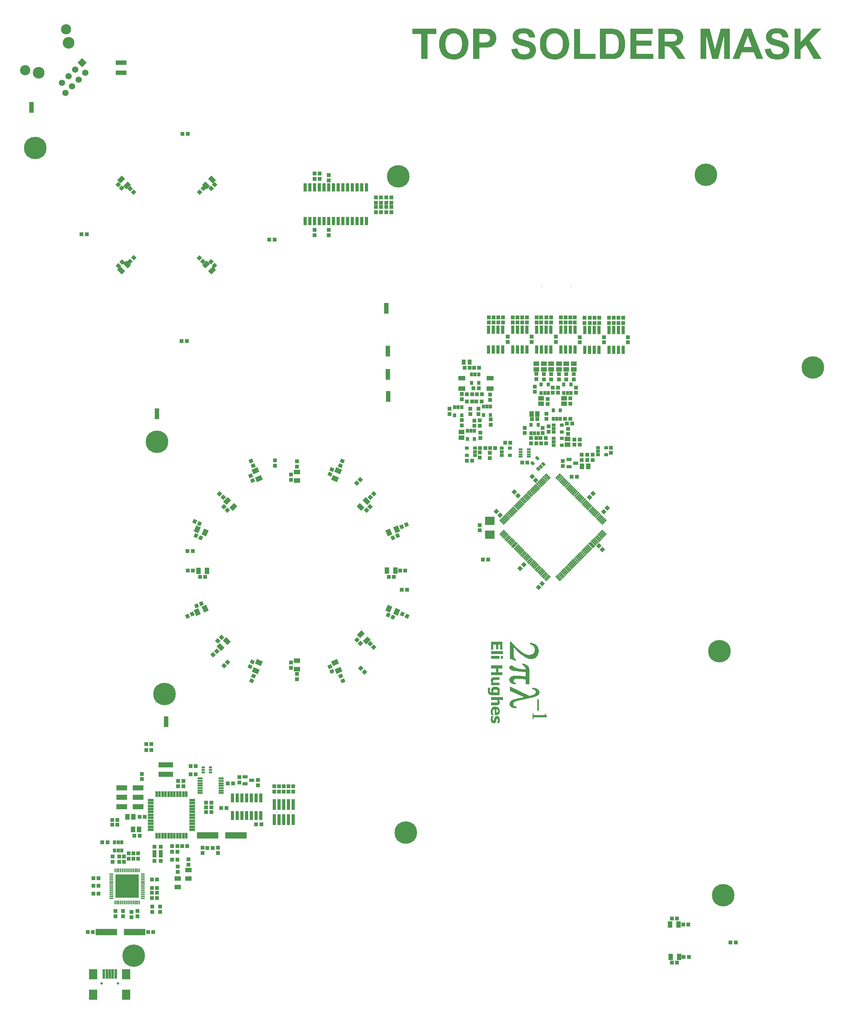
<source format=gts>
%FSLAX23Y23*%
%MOIN*%
G70*
G01*
G75*
G04 Layer_Color=8388736*
%ADD10C,0.450*%
%ADD11R,0.031X0.033*%
%ADD12R,0.217X0.059*%
%ADD13R,0.033X0.031*%
%ADD14R,0.043X0.105*%
%ADD15R,0.043X0.059*%
%ADD16R,0.105X0.043*%
G04:AMPARAMS|DCode=17|XSize=33mil|YSize=31mil|CornerRadius=0mil|HoleSize=0mil|Usage=FLASHONLY|Rotation=292.500|XOffset=0mil|YOffset=0mil|HoleType=Round|Shape=Rectangle|*
%AMROTATEDRECTD17*
4,1,4,-0.021,0.009,0.008,0.021,0.021,-0.009,-0.008,-0.021,-0.021,0.009,0.0*
%
%ADD17ROTATEDRECTD17*%

G04:AMPARAMS|DCode=18|XSize=33mil|YSize=31mil|CornerRadius=0mil|HoleSize=0mil|Usage=FLASHONLY|Rotation=337.500|XOffset=0mil|YOffset=0mil|HoleType=Round|Shape=Rectangle|*
%AMROTATEDRECTD18*
4,1,4,-0.021,-0.008,-0.009,0.021,0.021,0.008,0.009,-0.021,-0.021,-0.008,0.0*
%
%ADD18ROTATEDRECTD18*%

G04:AMPARAMS|DCode=19|XSize=33mil|YSize=31mil|CornerRadius=0mil|HoleSize=0mil|Usage=FLASHONLY|Rotation=22.500|XOffset=0mil|YOffset=0mil|HoleType=Round|Shape=Rectangle|*
%AMROTATEDRECTD19*
4,1,4,-0.009,-0.021,-0.021,0.008,0.009,0.021,0.021,-0.008,-0.009,-0.021,0.0*
%
%ADD19ROTATEDRECTD19*%

G04:AMPARAMS|DCode=20|XSize=33mil|YSize=31mil|CornerRadius=0mil|HoleSize=0mil|Usage=FLASHONLY|Rotation=67.500|XOffset=0mil|YOffset=0mil|HoleType=Round|Shape=Rectangle|*
%AMROTATEDRECTD20*
4,1,4,0.008,-0.021,-0.021,-0.009,-0.008,0.021,0.021,0.009,0.008,-0.021,0.0*
%
%ADD20ROTATEDRECTD20*%

G04:AMPARAMS|DCode=21|XSize=59mil|YSize=43mil|CornerRadius=0mil|HoleSize=0mil|Usage=FLASHONLY|Rotation=112.500|XOffset=0mil|YOffset=0mil|HoleType=Round|Shape=Rectangle|*
%AMROTATEDRECTD21*
4,1,4,0.031,-0.019,-0.009,-0.036,-0.031,0.019,0.009,0.036,0.031,-0.019,0.0*
%
%ADD21ROTATEDRECTD21*%

G04:AMPARAMS|DCode=22|XSize=59mil|YSize=43mil|CornerRadius=0mil|HoleSize=0mil|Usage=FLASHONLY|Rotation=157.500|XOffset=0mil|YOffset=0mil|HoleType=Round|Shape=Rectangle|*
%AMROTATEDRECTD22*
4,1,4,0.036,0.009,0.019,-0.031,-0.036,-0.009,-0.019,0.031,0.036,0.009,0.0*
%
%ADD22ROTATEDRECTD22*%

G04:AMPARAMS|DCode=23|XSize=59mil|YSize=43mil|CornerRadius=0mil|HoleSize=0mil|Usage=FLASHONLY|Rotation=202.500|XOffset=0mil|YOffset=0mil|HoleType=Round|Shape=Rectangle|*
%AMROTATEDRECTD23*
4,1,4,0.019,0.031,0.036,-0.009,-0.019,-0.031,-0.036,0.009,0.019,0.031,0.0*
%
%ADD23ROTATEDRECTD23*%

G04:AMPARAMS|DCode=24|XSize=59mil|YSize=43mil|CornerRadius=0mil|HoleSize=0mil|Usage=FLASHONLY|Rotation=247.500|XOffset=0mil|YOffset=0mil|HoleType=Round|Shape=Rectangle|*
%AMROTATEDRECTD24*
4,1,4,-0.009,0.036,0.031,0.019,0.009,-0.036,-0.031,-0.019,-0.009,0.036,0.0*
%
%ADD24ROTATEDRECTD24*%

G04:AMPARAMS|DCode=25|XSize=33mil|YSize=31mil|CornerRadius=0mil|HoleSize=0mil|Usage=FLASHONLY|Rotation=292.850|XOffset=0mil|YOffset=0mil|HoleType=Round|Shape=Rectangle|*
%AMROTATEDRECTD25*
4,1,4,-0.021,0.009,0.008,0.022,0.021,-0.009,-0.008,-0.022,-0.021,0.009,0.0*
%
%ADD25ROTATEDRECTD25*%

G04:AMPARAMS|DCode=26|XSize=33mil|YSize=31mil|CornerRadius=0mil|HoleSize=0mil|Usage=FLASHONLY|Rotation=315.000|XOffset=0mil|YOffset=0mil|HoleType=Round|Shape=Rectangle|*
%AMROTATEDRECTD26*
4,1,4,-0.023,0.001,-0.001,0.023,0.023,-0.001,0.001,-0.023,-0.023,0.001,0.0*
%
%ADD26ROTATEDRECTD26*%

G04:AMPARAMS|DCode=27|XSize=33mil|YSize=31mil|CornerRadius=0mil|HoleSize=0mil|Usage=FLASHONLY|Rotation=45.000|XOffset=0mil|YOffset=0mil|HoleType=Round|Shape=Rectangle|*
%AMROTATEDRECTD27*
4,1,4,-0.001,-0.023,-0.023,-0.001,0.001,0.023,0.023,0.001,-0.001,-0.023,0.0*
%
%ADD27ROTATEDRECTD27*%

G04:AMPARAMS|DCode=28|XSize=59mil|YSize=43mil|CornerRadius=0mil|HoleSize=0mil|Usage=FLASHONLY|Rotation=135.000|XOffset=0mil|YOffset=0mil|HoleType=Round|Shape=Rectangle|*
%AMROTATEDRECTD28*
4,1,4,0.036,-0.006,0.006,-0.036,-0.036,0.006,-0.006,0.036,0.036,-0.006,0.0*
%
%ADD28ROTATEDRECTD28*%

%ADD29R,0.059X0.043*%
G04:AMPARAMS|DCode=30|XSize=59mil|YSize=43mil|CornerRadius=0mil|HoleSize=0mil|Usage=FLASHONLY|Rotation=225.000|XOffset=0mil|YOffset=0mil|HoleType=Round|Shape=Rectangle|*
%AMROTATEDRECTD30*
4,1,4,0.006,0.036,0.036,0.006,-0.006,-0.036,-0.036,-0.006,0.006,0.036,0.0*
%
%ADD30ROTATEDRECTD30*%

G04:AMPARAMS|DCode=31|XSize=10mil|YSize=59mil|CornerRadius=0mil|HoleSize=0mil|Usage=FLASHONLY|Rotation=225.000|XOffset=0mil|YOffset=0mil|HoleType=Round|Shape=Rectangle|*
%AMROTATEDRECTD31*
4,1,4,-0.017,0.024,0.024,-0.017,0.017,-0.024,-0.024,0.017,-0.017,0.024,0.0*
%
%ADD31ROTATEDRECTD31*%

G04:AMPARAMS|DCode=32|XSize=10mil|YSize=59mil|CornerRadius=0mil|HoleSize=0mil|Usage=FLASHONLY|Rotation=315.000|XOffset=0mil|YOffset=0mil|HoleType=Round|Shape=Rectangle|*
%AMROTATEDRECTD32*
4,1,4,-0.024,-0.017,0.017,0.024,0.024,0.017,-0.017,-0.024,-0.024,-0.017,0.0*
%
%ADD32ROTATEDRECTD32*%

%ADD33R,0.026X0.014*%
%ADD34R,0.049X0.014*%
%ADD35R,0.033X0.024*%
%ADD36R,0.047X0.024*%
G04:AMPARAMS|DCode=37|XSize=24mil|YSize=33mil|CornerRadius=0mil|HoleSize=0mil|Usage=FLASHONLY|Rotation=225.000|XOffset=0mil|YOffset=0mil|HoleType=Round|Shape=Rectangle|*
%AMROTATEDRECTD37*
4,1,4,-0.003,0.020,0.020,-0.003,0.003,-0.020,-0.020,0.003,-0.003,0.020,0.0*
%
%ADD37ROTATEDRECTD37*%

%ADD38R,0.035X0.012*%
%ADD39C,0.039*%
%ADD40R,0.055X0.043*%
%ADD41R,0.024X0.033*%
%ADD42R,0.043X0.055*%
%ADD43R,0.024X0.081*%
%ADD44R,0.069X0.039*%
%ADD45R,0.035X0.049*%
%ADD46R,0.020X0.093*%
%ADD47R,0.079X0.098*%
%ADD48R,0.029X0.110*%
%ADD49R,0.024X0.079*%
%ADD50R,0.094X0.079*%
%ADD51R,0.110X0.050*%
%ADD52R,0.051X0.022*%
%ADD53R,0.022X0.051*%
%ADD54R,0.024X0.089*%
%ADD55R,0.033X0.010*%
%ADD56R,0.010X0.033*%
%ADD57R,0.240X0.240*%
%ADD58R,0.150X0.050*%
%ADD59C,0.008*%
%ADD60C,0.007*%
%ADD61C,0.010*%
%ADD62C,0.006*%
%ADD63C,0.012*%
%ADD64C,0.020*%
%ADD65C,0.059*%
%ADD66P,0.084X4X90.0*%
%ADD67C,0.100*%
%ADD68C,0.116*%
%ADD69C,0.030*%
%ADD70C,0.230*%
%ADD71C,0.018*%
%ADD72C,0.026*%
%ADD73C,0.050*%
%ADD74C,0.087*%
%ADD75C,0.040*%
%ADD76C,0.075*%
%ADD77C,0.105*%
%ADD78C,0.168*%
%ADD79C,0.060*%
%ADD80C,0.162*%
%ADD81C,0.087*%
%ADD82C,0.099*%
%ADD83C,0.078*%
G04:AMPARAMS|DCode=84|XSize=72mil|YSize=72mil|CornerRadius=0mil|HoleSize=0mil|Usage=FLASHONLY|Rotation=0.000|XOffset=0mil|YOffset=0mil|HoleType=Round|Shape=Relief|Width=10mil|Gap=10mil|Entries=4|*
%AMTHD84*
7,0,0,0.072,0.052,0.010,45*
%
%ADD84THD84*%
%ADD85C,0.052*%
G04:AMPARAMS|DCode=86|XSize=88mil|YSize=88mil|CornerRadius=0mil|HoleSize=0mil|Usage=FLASHONLY|Rotation=0.000|XOffset=0mil|YOffset=0mil|HoleType=Round|Shape=Relief|Width=10mil|Gap=10mil|Entries=4|*
%AMTHD86*
7,0,0,0.088,0.068,0.010,45*
%
%ADD86THD86*%
G04:AMPARAMS|DCode=87|XSize=119.055mil|YSize=119.055mil|CornerRadius=0mil|HoleSize=0mil|Usage=FLASHONLY|Rotation=0.000|XOffset=0mil|YOffset=0mil|HoleType=Round|Shape=Relief|Width=10mil|Gap=10mil|Entries=4|*
%AMTHD87*
7,0,0,0.119,0.099,0.010,45*
%
%ADD87THD87*%
%ADD88R,0.049X0.035*%
%ADD89R,0.050X0.050*%
%ADD90R,0.035X0.083*%
%ADD91R,0.130X0.083*%
%ADD92R,0.031X0.118*%
%ADD93R,0.038X0.035*%
%ADD94R,0.038X0.026*%
%ADD95R,0.039X0.079*%
G04:AMPARAMS|DCode=96|XSize=120mil|YSize=50mil|CornerRadius=0mil|HoleSize=0mil|Usage=FLASHONLY|Rotation=135.000|XOffset=0mil|YOffset=0mil|HoleType=Round|Shape=Rectangle|*
%AMROTATEDRECTD96*
4,1,4,0.060,-0.025,0.025,-0.060,-0.060,0.025,-0.025,0.060,0.060,-0.025,0.0*
%
%ADD96ROTATEDRECTD96*%

%ADD97C,0.050*%
%ADD98C,0.030*%
%ADD99C,0.024*%
%ADD100C,0.010*%
%ADD101C,0.008*%
%ADD102C,0.005*%
%ADD103C,0.004*%
%ADD104R,0.024X0.047*%
%ADD105R,0.025X0.025*%
%ADD106R,0.039X0.041*%
%ADD107R,0.225X0.067*%
%ADD108R,0.041X0.039*%
%ADD109R,0.051X0.113*%
%ADD110R,0.051X0.067*%
%ADD111R,0.113X0.051*%
G04:AMPARAMS|DCode=112|XSize=41mil|YSize=39mil|CornerRadius=0mil|HoleSize=0mil|Usage=FLASHONLY|Rotation=292.500|XOffset=0mil|YOffset=0mil|HoleType=Round|Shape=Rectangle|*
%AMROTATEDRECTD112*
4,1,4,-0.026,0.012,0.010,0.027,0.026,-0.012,-0.010,-0.027,-0.026,0.012,0.0*
%
%ADD112ROTATEDRECTD112*%

G04:AMPARAMS|DCode=113|XSize=41mil|YSize=39mil|CornerRadius=0mil|HoleSize=0mil|Usage=FLASHONLY|Rotation=337.500|XOffset=0mil|YOffset=0mil|HoleType=Round|Shape=Rectangle|*
%AMROTATEDRECTD113*
4,1,4,-0.027,-0.010,-0.012,0.026,0.027,0.010,0.012,-0.026,-0.027,-0.010,0.0*
%
%ADD113ROTATEDRECTD113*%

G04:AMPARAMS|DCode=114|XSize=41mil|YSize=39mil|CornerRadius=0mil|HoleSize=0mil|Usage=FLASHONLY|Rotation=22.500|XOffset=0mil|YOffset=0mil|HoleType=Round|Shape=Rectangle|*
%AMROTATEDRECTD114*
4,1,4,-0.012,-0.026,-0.027,0.010,0.012,0.026,0.027,-0.010,-0.012,-0.026,0.0*
%
%ADD114ROTATEDRECTD114*%

G04:AMPARAMS|DCode=115|XSize=41mil|YSize=39mil|CornerRadius=0mil|HoleSize=0mil|Usage=FLASHONLY|Rotation=67.500|XOffset=0mil|YOffset=0mil|HoleType=Round|Shape=Rectangle|*
%AMROTATEDRECTD115*
4,1,4,0.010,-0.027,-0.026,-0.012,-0.010,0.027,0.026,0.012,0.010,-0.027,0.0*
%
%ADD115ROTATEDRECTD115*%

G04:AMPARAMS|DCode=116|XSize=67mil|YSize=51mil|CornerRadius=0mil|HoleSize=0mil|Usage=FLASHONLY|Rotation=112.500|XOffset=0mil|YOffset=0mil|HoleType=Round|Shape=Rectangle|*
%AMROTATEDRECTD116*
4,1,4,0.037,-0.021,-0.011,-0.041,-0.037,0.021,0.011,0.041,0.037,-0.021,0.0*
%
%ADD116ROTATEDRECTD116*%

G04:AMPARAMS|DCode=117|XSize=67mil|YSize=51mil|CornerRadius=0mil|HoleSize=0mil|Usage=FLASHONLY|Rotation=157.500|XOffset=0mil|YOffset=0mil|HoleType=Round|Shape=Rectangle|*
%AMROTATEDRECTD117*
4,1,4,0.041,0.011,0.021,-0.037,-0.041,-0.011,-0.021,0.037,0.041,0.011,0.0*
%
%ADD117ROTATEDRECTD117*%

G04:AMPARAMS|DCode=118|XSize=67mil|YSize=51mil|CornerRadius=0mil|HoleSize=0mil|Usage=FLASHONLY|Rotation=202.500|XOffset=0mil|YOffset=0mil|HoleType=Round|Shape=Rectangle|*
%AMROTATEDRECTD118*
4,1,4,0.021,0.037,0.041,-0.011,-0.021,-0.037,-0.041,0.011,0.021,0.037,0.0*
%
%ADD118ROTATEDRECTD118*%

G04:AMPARAMS|DCode=119|XSize=67mil|YSize=51mil|CornerRadius=0mil|HoleSize=0mil|Usage=FLASHONLY|Rotation=247.500|XOffset=0mil|YOffset=0mil|HoleType=Round|Shape=Rectangle|*
%AMROTATEDRECTD119*
4,1,4,-0.011,0.041,0.037,0.021,0.011,-0.041,-0.037,-0.021,-0.011,0.041,0.0*
%
%ADD119ROTATEDRECTD119*%

G04:AMPARAMS|DCode=120|XSize=41mil|YSize=39mil|CornerRadius=0mil|HoleSize=0mil|Usage=FLASHONLY|Rotation=292.850|XOffset=0mil|YOffset=0mil|HoleType=Round|Shape=Rectangle|*
%AMROTATEDRECTD120*
4,1,4,-0.026,0.011,0.010,0.027,0.026,-0.011,-0.010,-0.027,-0.026,0.011,0.0*
%
%ADD120ROTATEDRECTD120*%

G04:AMPARAMS|DCode=121|XSize=41mil|YSize=39mil|CornerRadius=0mil|HoleSize=0mil|Usage=FLASHONLY|Rotation=315.000|XOffset=0mil|YOffset=0mil|HoleType=Round|Shape=Rectangle|*
%AMROTATEDRECTD121*
4,1,4,-0.029,0.001,-0.001,0.029,0.029,-0.001,0.001,-0.029,-0.029,0.001,0.0*
%
%ADD121ROTATEDRECTD121*%

G04:AMPARAMS|DCode=122|XSize=41mil|YSize=39mil|CornerRadius=0mil|HoleSize=0mil|Usage=FLASHONLY|Rotation=45.000|XOffset=0mil|YOffset=0mil|HoleType=Round|Shape=Rectangle|*
%AMROTATEDRECTD122*
4,1,4,-0.001,-0.029,-0.029,-0.001,0.001,0.029,0.029,0.001,-0.001,-0.029,0.0*
%
%ADD122ROTATEDRECTD122*%

G04:AMPARAMS|DCode=123|XSize=67mil|YSize=51mil|CornerRadius=0mil|HoleSize=0mil|Usage=FLASHONLY|Rotation=135.000|XOffset=0mil|YOffset=0mil|HoleType=Round|Shape=Rectangle|*
%AMROTATEDRECTD123*
4,1,4,0.042,-0.006,0.006,-0.042,-0.042,0.006,-0.006,0.042,0.042,-0.006,0.0*
%
%ADD123ROTATEDRECTD123*%

%ADD124R,0.067X0.051*%
G04:AMPARAMS|DCode=125|XSize=67mil|YSize=51mil|CornerRadius=0mil|HoleSize=0mil|Usage=FLASHONLY|Rotation=225.000|XOffset=0mil|YOffset=0mil|HoleType=Round|Shape=Rectangle|*
%AMROTATEDRECTD125*
4,1,4,0.006,0.042,0.042,0.006,-0.006,-0.042,-0.042,-0.006,0.006,0.042,0.0*
%
%ADD125ROTATEDRECTD125*%

G04:AMPARAMS|DCode=126|XSize=18mil|YSize=67mil|CornerRadius=0mil|HoleSize=0mil|Usage=FLASHONLY|Rotation=225.000|XOffset=0mil|YOffset=0mil|HoleType=Round|Shape=Rectangle|*
%AMROTATEDRECTD126*
4,1,4,-0.017,0.030,0.030,-0.017,0.017,-0.030,-0.030,0.017,-0.017,0.030,0.0*
%
%ADD126ROTATEDRECTD126*%

G04:AMPARAMS|DCode=127|XSize=18mil|YSize=67mil|CornerRadius=0mil|HoleSize=0mil|Usage=FLASHONLY|Rotation=315.000|XOffset=0mil|YOffset=0mil|HoleType=Round|Shape=Rectangle|*
%AMROTATEDRECTD127*
4,1,4,-0.030,-0.017,0.017,0.030,0.030,0.017,-0.017,-0.030,-0.030,-0.017,0.0*
%
%ADD127ROTATEDRECTD127*%

%ADD128R,0.034X0.022*%
%ADD129R,0.057X0.022*%
%ADD130R,0.041X0.032*%
%ADD131R,0.055X0.032*%
G04:AMPARAMS|DCode=132|XSize=32mil|YSize=41mil|CornerRadius=0mil|HoleSize=0mil|Usage=FLASHONLY|Rotation=225.000|XOffset=0mil|YOffset=0mil|HoleType=Round|Shape=Rectangle|*
%AMROTATEDRECTD132*
4,1,4,-0.003,0.026,0.026,-0.003,0.003,-0.026,-0.026,0.003,-0.003,0.026,0.0*
%
%ADD132ROTATEDRECTD132*%

%ADD133R,0.043X0.020*%
%ADD134R,0.063X0.051*%
%ADD135R,0.032X0.041*%
%ADD136R,0.051X0.063*%
%ADD137R,0.032X0.089*%
%ADD138R,0.077X0.047*%
%ADD139R,0.043X0.057*%
%ADD140R,0.028X0.101*%
%ADD141R,0.087X0.106*%
%ADD142R,0.037X0.118*%
%ADD143R,0.032X0.087*%
%ADD144R,0.102X0.087*%
%ADD145R,0.118X0.058*%
%ADD146R,0.059X0.030*%
%ADD147R,0.030X0.059*%
%ADD148R,0.032X0.097*%
%ADD149R,0.041X0.018*%
%ADD150R,0.018X0.041*%
%ADD151R,0.248X0.248*%
%ADD152R,0.158X0.058*%
%ADD153C,0.067*%
%ADD154P,0.095X4X90.0*%
%ADD155C,0.108*%
%ADD156C,0.124*%
%ADD157C,0.038*%
%ADD158C,0.238*%
%ADD159C,0.008*%
%ADD160C,0.026*%
%ADD161R,0.008X0.008*%
G36*
X3945Y-5141D02*
X3930D01*
Y-5023D01*
X3945D01*
Y-5141D01*
D02*
G37*
G36*
X3846Y-4984D02*
X3861Y-4980D01*
X3861D01*
X3862Y-4980D01*
X3864D01*
X3866Y-4979D01*
X3871Y-4978D01*
X3878Y-4976D01*
X3885Y-4974D01*
X3892Y-4971D01*
X3898Y-4968D01*
X3900Y-4966D01*
X3902Y-4964D01*
X3903Y-4963D01*
X3904Y-4962D01*
X3906Y-4960D01*
X3907Y-4958D01*
X3909Y-4955D01*
X3911Y-4951D01*
X3912Y-4947D01*
X3913Y-4943D01*
Y-4943D01*
Y-4941D01*
X3912Y-4940D01*
X3912Y-4937D01*
X3911Y-4934D01*
X3909Y-4931D01*
X3907Y-4928D01*
X3905Y-4925D01*
X3904Y-4924D01*
X3903Y-4924D01*
X3901Y-4922D01*
X3898Y-4921D01*
X3894Y-4919D01*
X3889Y-4917D01*
X3883Y-4916D01*
X3875Y-4914D01*
Y-4898D01*
X3879D01*
X3882Y-4898D01*
X3885D01*
X3889Y-4899D01*
X3898Y-4900D01*
X3907Y-4902D01*
X3918Y-4905D01*
X3927Y-4910D01*
X3936Y-4915D01*
X3937Y-4916D01*
X3939Y-4918D01*
X3941Y-4920D01*
X3944Y-4924D01*
X3947Y-4929D01*
X3950Y-4934D01*
X3951Y-4940D01*
X3952Y-4946D01*
Y-4947D01*
Y-4949D01*
X3952Y-4952D01*
X3951Y-4956D01*
X3949Y-4961D01*
X3947Y-4965D01*
X3944Y-4970D01*
X3940Y-4975D01*
X3939Y-4976D01*
X3938Y-4976D01*
X3936Y-4978D01*
X3934Y-4979D01*
X3931Y-4980D01*
X3929Y-4982D01*
X3925Y-4984D01*
X3921Y-4986D01*
X3917Y-4988D01*
X3912Y-4990D01*
X3906Y-4992D01*
X3901Y-4995D01*
X3894Y-4996D01*
X3887Y-4998D01*
X3880Y-5000D01*
X3725Y-5035D01*
X3724D01*
X3723Y-5036D01*
X3721Y-5036D01*
X3719Y-5037D01*
X3714Y-5038D01*
X3707Y-5040D01*
X3700Y-5043D01*
X3693Y-5046D01*
X3687Y-5049D01*
X3684Y-5050D01*
X3682Y-5052D01*
X3682Y-5053D01*
X3681Y-5054D01*
X3680Y-5056D01*
X3678Y-5058D01*
X3676Y-5061D01*
X3675Y-5064D01*
X3674Y-5067D01*
X3674Y-5072D01*
Y-5072D01*
Y-5073D01*
X3674Y-5075D01*
X3675Y-5078D01*
X3676Y-5080D01*
X3676Y-5083D01*
X3678Y-5086D01*
X3681Y-5089D01*
X3681Y-5089D01*
X3682Y-5090D01*
X3684Y-5091D01*
X3687Y-5093D01*
X3691Y-5094D01*
X3696Y-5095D01*
X3702Y-5097D01*
X3709Y-5098D01*
Y-5115D01*
X3691D01*
X3686Y-5114D01*
X3679Y-5113D01*
X3671Y-5111D01*
X3663Y-5108D01*
X3655Y-5105D01*
X3648Y-5100D01*
X3648Y-5099D01*
X3646Y-5097D01*
X3644Y-5095D01*
X3641Y-5091D01*
X3638Y-5087D01*
X3636Y-5082D01*
X3634Y-5076D01*
X3634Y-5069D01*
Y-5068D01*
X3634Y-5066D01*
X3635Y-5063D01*
X3636Y-5059D01*
X3637Y-5054D01*
X3640Y-5049D01*
X3643Y-5044D01*
X3648Y-5039D01*
X3649Y-5038D01*
X3650Y-5036D01*
X3652Y-5035D01*
X3654Y-5034D01*
X3657Y-5033D01*
X3660Y-5031D01*
X3664Y-5029D01*
X3668Y-5027D01*
X3673Y-5025D01*
X3679Y-5023D01*
X3685Y-5021D01*
X3692Y-5019D01*
X3700Y-5017D01*
X3708Y-5015D01*
X3788Y-4999D01*
X3638Y-4931D01*
Y-4886D01*
X3846Y-4984D01*
D02*
G37*
G36*
X3558Y-4494D02*
X3535D01*
Y-4443D01*
X3514D01*
Y-4490D01*
X3491D01*
Y-4443D01*
X3461D01*
Y-4494D01*
X3438D01*
Y-4413D01*
X3558D01*
Y-4494D01*
D02*
G37*
G36*
X4032Y-5205D02*
Y-5212D01*
X3901D01*
X3898Y-5212D01*
X3896D01*
X3894Y-5212D01*
X3893Y-5212D01*
X3892D01*
X3892Y-5212D01*
X3891Y-5213D01*
X3890Y-5214D01*
X3889Y-5216D01*
Y-5216D01*
X3888Y-5216D01*
X3888Y-5217D01*
X3888Y-5218D01*
X3888Y-5220D01*
X3887Y-5223D01*
X3887Y-5226D01*
X3887Y-5230D01*
X3879D01*
Y-5171D01*
X3887D01*
Y-5171D01*
Y-5171D01*
Y-5172D01*
X3887Y-5174D01*
Y-5177D01*
X3887Y-5179D01*
X3888Y-5182D01*
X3888Y-5183D01*
X3888Y-5185D01*
Y-5185D01*
X3889Y-5185D01*
X3890Y-5186D01*
X3891Y-5187D01*
X3893Y-5188D01*
X3893D01*
X3893Y-5189D01*
X3894D01*
X3895Y-5189D01*
X3897Y-5189D01*
X3900D01*
X3903Y-5189D01*
X3991D01*
X3994Y-5189D01*
X3997D01*
X4001Y-5189D01*
X4003Y-5189D01*
X4005Y-5188D01*
X4005Y-5188D01*
X4006D01*
X4006Y-5188D01*
X4007Y-5188D01*
X4008Y-5187D01*
X4009Y-5186D01*
X4009Y-5186D01*
X4010Y-5185D01*
X4010Y-5184D01*
X4010Y-5183D01*
Y-5182D01*
Y-5182D01*
X4010Y-5181D01*
X4010Y-5180D01*
X4010Y-5178D01*
X4009Y-5176D01*
X4008Y-5174D01*
X4007Y-5171D01*
X4013Y-5168D01*
X4032Y-5205D01*
D02*
G37*
G36*
X3049Y2083D02*
X3054Y2082D01*
X3060Y2082D01*
X3067Y2081D01*
X3075Y2079D01*
X3083Y2078D01*
X3092Y2075D01*
X3101Y2072D01*
X3111Y2069D01*
X3120Y2064D01*
X3129Y2059D01*
X3139Y2054D01*
X3147Y2047D01*
X3156Y2039D01*
X3156Y2039D01*
X3157Y2037D01*
X3159Y2034D01*
X3162Y2031D01*
X3166Y2027D01*
X3169Y2021D01*
X3173Y2014D01*
X3177Y2007D01*
X3181Y1999D01*
X3185Y1990D01*
X3188Y1980D01*
X3192Y1969D01*
X3194Y1957D01*
X3197Y1944D01*
X3198Y1931D01*
X3198Y1917D01*
Y1916D01*
Y1916D01*
Y1913D01*
X3198Y1909D01*
X3197Y1904D01*
X3197Y1897D01*
X3196Y1889D01*
X3194Y1881D01*
X3193Y1872D01*
X3191Y1862D01*
X3188Y1853D01*
X3184Y1842D01*
X3180Y1832D01*
X3175Y1822D01*
X3170Y1813D01*
X3163Y1804D01*
X3156Y1795D01*
X3155Y1794D01*
X3154Y1793D01*
X3152Y1791D01*
X3148Y1788D01*
X3144Y1785D01*
X3139Y1781D01*
X3133Y1777D01*
X3126Y1773D01*
X3118Y1769D01*
X3110Y1765D01*
X3101Y1761D01*
X3091Y1758D01*
X3080Y1755D01*
X3068Y1753D01*
X3056Y1752D01*
X3043Y1751D01*
X3040D01*
X3037Y1752D01*
X3032Y1752D01*
X3025Y1752D01*
X3019Y1754D01*
X3011Y1755D01*
X3002Y1757D01*
X2994Y1759D01*
X2984Y1762D01*
X2975Y1765D01*
X2965Y1769D01*
X2956Y1774D01*
X2947Y1780D01*
X2938Y1787D01*
X2930Y1794D01*
X2930Y1795D01*
X2928Y1797D01*
X2926Y1799D01*
X2923Y1802D01*
X2920Y1807D01*
X2917Y1812D01*
X2913Y1819D01*
X2909Y1826D01*
X2905Y1834D01*
X2901Y1843D01*
X2897Y1853D01*
X2895Y1864D01*
X2892Y1875D01*
X2890Y1888D01*
X2888Y1901D01*
X2888Y1915D01*
Y1915D01*
Y1917D01*
Y1919D01*
X2888Y1923D01*
Y1927D01*
X2889Y1932D01*
X2889Y1938D01*
X2890Y1944D01*
X2892Y1957D01*
X2894Y1970D01*
X2897Y1984D01*
X2902Y1997D01*
Y1998D01*
X2903Y1999D01*
X2904Y2000D01*
X2905Y2002D01*
X2907Y2006D01*
X2910Y2012D01*
X2915Y2019D01*
X2920Y2026D01*
X2925Y2034D01*
X2932Y2041D01*
X2932Y2042D01*
X2933Y2042D01*
X2935Y2044D01*
X2939Y2048D01*
X2944Y2052D01*
X2950Y2057D01*
X2957Y2062D01*
X2965Y2066D01*
X2973Y2070D01*
X2974D01*
X2975Y2071D01*
X2976Y2072D01*
X2979Y2072D01*
X2982Y2073D01*
X2985Y2074D01*
X2989Y2076D01*
X2993Y2077D01*
X2998Y2078D01*
X3003Y2079D01*
X3015Y2081D01*
X3028Y2083D01*
X3042Y2083D01*
X3046D01*
X3049Y2083D01*
D02*
G37*
G36*
X4118D02*
X4123Y2082D01*
X4129Y2082D01*
X4136Y2081D01*
X4144Y2079D01*
X4152Y2078D01*
X4161Y2075D01*
X4170Y2072D01*
X4179Y2069D01*
X4189Y2064D01*
X4198Y2059D01*
X4207Y2054D01*
X4216Y2047D01*
X4224Y2039D01*
X4225Y2039D01*
X4226Y2037D01*
X4228Y2034D01*
X4231Y2031D01*
X4234Y2027D01*
X4238Y2021D01*
X4242Y2014D01*
X4246Y2007D01*
X4250Y1999D01*
X4253Y1990D01*
X4257Y1980D01*
X4260Y1969D01*
X4263Y1957D01*
X4265Y1944D01*
X4266Y1931D01*
X4267Y1917D01*
Y1916D01*
Y1916D01*
Y1913D01*
X4266Y1909D01*
X4266Y1904D01*
X4266Y1897D01*
X4265Y1889D01*
X4263Y1881D01*
X4261Y1872D01*
X4259Y1862D01*
X4256Y1853D01*
X4253Y1842D01*
X4249Y1832D01*
X4244Y1822D01*
X4238Y1813D01*
X4232Y1804D01*
X4224Y1795D01*
X4224Y1794D01*
X4222Y1793D01*
X4220Y1791D01*
X4217Y1788D01*
X4212Y1785D01*
X4207Y1781D01*
X4201Y1777D01*
X4194Y1773D01*
X4187Y1769D01*
X4178Y1765D01*
X4169Y1761D01*
X4159Y1758D01*
X4149Y1755D01*
X4137Y1753D01*
X4125Y1752D01*
X4112Y1751D01*
X4109D01*
X4105Y1752D01*
X4100Y1752D01*
X4094Y1752D01*
X4087Y1754D01*
X4079Y1755D01*
X4071Y1757D01*
X4062Y1759D01*
X4053Y1762D01*
X4044Y1765D01*
X4034Y1769D01*
X4025Y1774D01*
X4016Y1780D01*
X4007Y1787D01*
X3999Y1794D01*
X3998Y1795D01*
X3997Y1797D01*
X3995Y1799D01*
X3992Y1802D01*
X3989Y1807D01*
X3985Y1812D01*
X3981Y1819D01*
X3978Y1826D01*
X3974Y1834D01*
X3970Y1843D01*
X3966Y1853D01*
X3963Y1864D01*
X3960Y1875D01*
X3958Y1888D01*
X3957Y1901D01*
X3956Y1915D01*
Y1915D01*
Y1917D01*
Y1919D01*
X3957Y1923D01*
Y1927D01*
X3957Y1932D01*
X3958Y1938D01*
X3958Y1944D01*
X3960Y1957D01*
X3963Y1970D01*
X3966Y1984D01*
X3971Y1997D01*
Y1998D01*
X3971Y1999D01*
X3972Y2000D01*
X3973Y2002D01*
X3976Y2006D01*
X3979Y2012D01*
X3983Y2019D01*
X3988Y2026D01*
X3994Y2034D01*
X4001Y2041D01*
X4001Y2042D01*
X4001Y2042D01*
X4004Y2044D01*
X4008Y2048D01*
X4013Y2052D01*
X4019Y2057D01*
X4026Y2062D01*
X4034Y2066D01*
X4042Y2070D01*
X4042D01*
X4043Y2071D01*
X4045Y2072D01*
X4047Y2072D01*
X4050Y2073D01*
X4054Y2074D01*
X4057Y2076D01*
X4062Y2077D01*
X4066Y2078D01*
X4072Y2079D01*
X4084Y2081D01*
X4097Y2083D01*
X4111Y2083D01*
X4114D01*
X4118Y2083D01*
D02*
G37*
G36*
X3775Y-4640D02*
X3777Y-4641D01*
X3780Y-4642D01*
X3784Y-4644D01*
X3788Y-4645D01*
X3797Y-4649D01*
X3807Y-4653D01*
X3816Y-4658D01*
X3825Y-4664D01*
X3829Y-4666D01*
X3832Y-4670D01*
X3832Y-4670D01*
X3834Y-4672D01*
X3836Y-4675D01*
X3838Y-4679D01*
X3840Y-4685D01*
X3842Y-4691D01*
X3843Y-4699D01*
X3844Y-4707D01*
Y-4863D01*
X3804D01*
Y-4810D01*
X3803D01*
X3802Y-4810D01*
X3799D01*
X3796Y-4809D01*
X3792Y-4809D01*
X3787Y-4808D01*
X3782Y-4808D01*
X3776Y-4807D01*
X3769Y-4806D01*
X3762Y-4806D01*
X3747Y-4804D01*
X3731Y-4804D01*
X3714Y-4803D01*
X3711D01*
X3707Y-4804D01*
X3703Y-4804D01*
X3693Y-4806D01*
X3688Y-4808D01*
X3685Y-4810D01*
X3684Y-4810D01*
X3683Y-4811D01*
X3682Y-4813D01*
X3681Y-4814D01*
X3678Y-4820D01*
X3677Y-4823D01*
X3677Y-4826D01*
Y-4826D01*
Y-4827D01*
X3677Y-4829D01*
Y-4831D01*
X3679Y-4835D01*
X3680Y-4836D01*
X3682Y-4839D01*
X3682Y-4839D01*
X3683Y-4840D01*
X3685Y-4841D01*
X3687Y-4842D01*
X3689Y-4843D01*
X3693Y-4844D01*
X3698Y-4846D01*
X3703Y-4847D01*
Y-4863D01*
X3701D01*
X3699Y-4863D01*
X3696Y-4862D01*
X3693Y-4862D01*
X3689Y-4861D01*
X3681Y-4859D01*
X3671Y-4857D01*
X3662Y-4854D01*
X3654Y-4850D01*
X3650Y-4848D01*
X3647Y-4846D01*
X3646Y-4845D01*
X3644Y-4843D01*
X3642Y-4840D01*
X3639Y-4836D01*
X3636Y-4832D01*
X3634Y-4826D01*
X3632Y-4820D01*
X3632Y-4814D01*
Y-4813D01*
X3632Y-4811D01*
X3632Y-4807D01*
X3634Y-4803D01*
X3636Y-4798D01*
X3638Y-4792D01*
X3643Y-4787D01*
X3648Y-4782D01*
X3649Y-4782D01*
X3651Y-4781D01*
X3653Y-4780D01*
X3656Y-4778D01*
X3659Y-4777D01*
X3662Y-4776D01*
X3666Y-4775D01*
X3670Y-4774D01*
X3675Y-4773D01*
X3681Y-4772D01*
X3687Y-4771D01*
X3693Y-4770D01*
X3700Y-4770D01*
X3713D01*
X3716Y-4770D01*
X3720D01*
X3725Y-4771D01*
X3730D01*
X3736Y-4771D01*
X3743Y-4772D01*
X3751Y-4773D01*
X3760Y-4774D01*
X3770Y-4775D01*
X3780Y-4776D01*
X3792Y-4777D01*
X3804Y-4778D01*
Y-4732D01*
X3801D01*
X3799Y-4731D01*
X3794D01*
X3786Y-4731D01*
X3777Y-4730D01*
X3768Y-4729D01*
X3757Y-4728D01*
X3745Y-4727D01*
X3721Y-4725D01*
X3709Y-4723D01*
X3698Y-4722D01*
X3687Y-4721D01*
X3678Y-4719D01*
X3670Y-4717D01*
X3663Y-4715D01*
X3662D01*
X3661Y-4715D01*
X3660Y-4714D01*
X3658Y-4713D01*
X3653Y-4711D01*
X3647Y-4708D01*
X3642Y-4703D01*
X3637Y-4698D01*
X3634Y-4695D01*
X3633Y-4692D01*
X3632Y-4689D01*
X3632Y-4685D01*
Y-4685D01*
Y-4684D01*
X3632Y-4682D01*
X3632Y-4680D01*
X3634Y-4674D01*
X3636Y-4672D01*
X3638Y-4669D01*
X3638Y-4669D01*
X3639Y-4668D01*
X3641Y-4667D01*
X3643Y-4666D01*
X3648Y-4664D01*
X3650Y-4663D01*
X3654Y-4663D01*
X3655D01*
X3658Y-4663D01*
X3661Y-4664D01*
X3665Y-4665D01*
X3665D01*
X3666Y-4666D01*
X3668Y-4666D01*
X3670Y-4668D01*
X3672Y-4669D01*
X3676Y-4671D01*
X3680Y-4675D01*
X3684Y-4678D01*
X3685Y-4679D01*
X3687Y-4680D01*
X3690Y-4682D01*
X3694Y-4684D01*
X3699Y-4686D01*
X3705Y-4688D01*
X3711Y-4691D01*
X3718Y-4693D01*
X3719D01*
X3720Y-4693D01*
X3721Y-4694D01*
X3724Y-4694D01*
X3727Y-4695D01*
X3731Y-4696D01*
X3736Y-4697D01*
X3741Y-4698D01*
X3747Y-4699D01*
X3753Y-4699D01*
X3760Y-4701D01*
X3768Y-4702D01*
X3776Y-4702D01*
X3785Y-4703D01*
X3794Y-4704D01*
X3804Y-4704D01*
Y-4699D01*
Y-4699D01*
Y-4697D01*
Y-4694D01*
X3803Y-4691D01*
X3802Y-4685D01*
X3801Y-4682D01*
X3799Y-4679D01*
X3799Y-4678D01*
X3798Y-4677D01*
X3796Y-4674D01*
X3793Y-4671D01*
X3790Y-4668D01*
X3785Y-4664D01*
X3780Y-4660D01*
X3773Y-4655D01*
Y-4640D01*
X3774D01*
X3775Y-4640D01*
D02*
G37*
G36*
X3654Y-4413D02*
X3654Y-4414D01*
X3655Y-4415D01*
X3657Y-4417D01*
X3661Y-4421D01*
X3666Y-4427D01*
X3673Y-4435D01*
X3681Y-4443D01*
X3690Y-4451D01*
X3699Y-4461D01*
X3709Y-4471D01*
X3720Y-4481D01*
X3731Y-4491D01*
X3741Y-4500D01*
X3752Y-4509D01*
X3762Y-4517D01*
X3772Y-4525D01*
X3781Y-4531D01*
X3781Y-4531D01*
X3782Y-4532D01*
X3784Y-4533D01*
X3787Y-4534D01*
X3790Y-4535D01*
X3793Y-4537D01*
X3802Y-4541D01*
X3811Y-4544D01*
X3822Y-4547D01*
X3833Y-4550D01*
X3838Y-4550D01*
X3846D01*
X3848Y-4550D01*
X3853Y-4550D01*
X3859Y-4549D01*
X3865Y-4546D01*
X3872Y-4544D01*
X3880Y-4540D01*
X3886Y-4534D01*
X3887Y-4534D01*
X3889Y-4532D01*
X3891Y-4528D01*
X3894Y-4524D01*
X3897Y-4518D01*
X3900Y-4512D01*
X3902Y-4505D01*
X3902Y-4497D01*
Y-4496D01*
Y-4494D01*
X3902Y-4490D01*
X3901Y-4485D01*
X3900Y-4479D01*
X3897Y-4473D01*
X3895Y-4467D01*
X3891Y-4461D01*
X3890Y-4461D01*
X3888Y-4458D01*
X3885Y-4456D01*
X3881Y-4452D01*
X3876Y-4448D01*
X3869Y-4444D01*
X3862Y-4440D01*
X3853Y-4437D01*
Y-4421D01*
X3853D01*
X3855Y-4422D01*
X3858D01*
X3860Y-4423D01*
X3864Y-4423D01*
X3869Y-4424D01*
X3874Y-4425D01*
X3879Y-4427D01*
X3890Y-4431D01*
X3901Y-4436D01*
X3912Y-4442D01*
X3917Y-4446D01*
X3921Y-4450D01*
X3922Y-4451D01*
X3922Y-4451D01*
X3924Y-4452D01*
X3925Y-4454D01*
X3927Y-4457D01*
X3929Y-4459D01*
X3933Y-4466D01*
X3937Y-4475D01*
X3940Y-4485D01*
X3943Y-4496D01*
X3944Y-4502D01*
X3944Y-4509D01*
Y-4509D01*
Y-4511D01*
Y-4512D01*
X3944Y-4515D01*
X3943Y-4518D01*
X3943Y-4522D01*
X3941Y-4530D01*
X3938Y-4540D01*
X3934Y-4551D01*
X3931Y-4556D01*
X3928Y-4561D01*
X3924Y-4566D01*
X3920Y-4571D01*
X3919Y-4572D01*
X3919Y-4572D01*
X3918Y-4573D01*
X3916Y-4575D01*
X3913Y-4577D01*
X3911Y-4579D01*
X3904Y-4584D01*
X3896Y-4589D01*
X3886Y-4592D01*
X3875Y-4595D01*
X3869Y-4596D01*
X3863Y-4596D01*
X3859D01*
X3855Y-4596D01*
X3849Y-4595D01*
X3842Y-4594D01*
X3836Y-4592D01*
X3828Y-4589D01*
X3820Y-4585D01*
X3820D01*
X3819Y-4584D01*
X3817Y-4583D01*
X3814Y-4582D01*
X3810Y-4580D01*
X3806Y-4578D01*
X3801Y-4576D01*
X3796Y-4572D01*
X3790Y-4569D01*
X3784Y-4565D01*
X3771Y-4556D01*
X3764Y-4550D01*
X3756Y-4545D01*
X3749Y-4539D01*
X3742Y-4532D01*
X3741Y-4532D01*
X3739Y-4530D01*
X3736Y-4527D01*
X3732Y-4524D01*
X3728Y-4520D01*
X3723Y-4515D01*
X3712Y-4505D01*
X3701Y-4494D01*
X3696Y-4488D01*
X3691Y-4483D01*
X3687Y-4478D01*
X3683Y-4474D01*
X3681Y-4470D01*
X3679Y-4468D01*
Y-4539D01*
Y-4539D01*
Y-4540D01*
Y-4542D01*
Y-4544D01*
X3680Y-4549D01*
Y-4556D01*
X3680Y-4562D01*
X3681Y-4569D01*
X3682Y-4575D01*
X3683Y-4578D01*
X3684Y-4580D01*
X3684Y-4580D01*
X3685Y-4582D01*
X3686Y-4583D01*
X3688Y-4586D01*
X3691Y-4589D01*
X3694Y-4592D01*
X3698Y-4595D01*
X3703Y-4599D01*
Y-4614D01*
X3638Y-4592D01*
Y-4413D01*
X3653D01*
X3654Y-4413D01*
D02*
G37*
G36*
X3564Y-4542D02*
X3438D01*
Y-4513D01*
X3564D01*
Y-4542D01*
D02*
G37*
G36*
Y-5027D02*
X3519D01*
X3519Y-5027D01*
X3520Y-5028D01*
X3521Y-5029D01*
X3522Y-5031D01*
X3524Y-5033D01*
X3525Y-5035D01*
X3527Y-5038D01*
X3528Y-5040D01*
X3528Y-5041D01*
X3528Y-5041D01*
X3529Y-5043D01*
X3530Y-5045D01*
X3530Y-5047D01*
X3531Y-5049D01*
X3531Y-5052D01*
X3531Y-5055D01*
Y-5055D01*
Y-5056D01*
Y-5056D01*
X3531Y-5057D01*
X3531Y-5058D01*
X3531Y-5060D01*
X3530Y-5063D01*
X3529Y-5066D01*
X3528Y-5070D01*
X3527Y-5071D01*
X3525Y-5073D01*
X3524Y-5075D01*
X3522Y-5076D01*
X3522Y-5076D01*
X3522Y-5076D01*
X3521Y-5077D01*
X3521Y-5077D01*
X3520Y-5078D01*
X3519Y-5078D01*
X3517Y-5079D01*
X3516Y-5080D01*
X3514Y-5081D01*
X3512Y-5081D01*
X3510Y-5082D01*
X3508Y-5082D01*
X3505Y-5083D01*
X3503Y-5083D01*
X3500Y-5084D01*
X3438D01*
Y-5055D01*
X3486D01*
X3488Y-5055D01*
X3490D01*
X3494Y-5055D01*
X3494D01*
X3495Y-5055D01*
X3496D01*
X3497Y-5054D01*
X3500Y-5054D01*
X3501Y-5053D01*
X3502Y-5053D01*
X3502D01*
X3502Y-5053D01*
X3503Y-5052D01*
X3504Y-5052D01*
X3505Y-5051D01*
X3506Y-5049D01*
Y-5049D01*
X3506Y-5048D01*
X3507Y-5048D01*
X3507Y-5047D01*
X3507Y-5046D01*
X3508Y-5045D01*
X3508Y-5043D01*
Y-5041D01*
Y-5041D01*
Y-5041D01*
Y-5040D01*
X3508Y-5039D01*
X3507Y-5038D01*
X3507Y-5037D01*
X3506Y-5034D01*
Y-5034D01*
X3506Y-5034D01*
X3506Y-5033D01*
X3505Y-5032D01*
X3505Y-5031D01*
X3504Y-5030D01*
X3502Y-5027D01*
X3438D01*
Y-4999D01*
X3564D01*
Y-5027D01*
D02*
G37*
G36*
X3488Y-4888D02*
X3489D01*
X3492Y-4888D01*
X3495Y-4888D01*
X3498Y-4889D01*
X3501Y-4889D01*
X3505Y-4890D01*
X3505D01*
X3505Y-4891D01*
X3506Y-4891D01*
X3506Y-4891D01*
X3508Y-4892D01*
X3510Y-4893D01*
X3512Y-4894D01*
X3514Y-4895D01*
X3517Y-4897D01*
X3519Y-4899D01*
X3520Y-4899D01*
X3520Y-4900D01*
X3521Y-4901D01*
X3522Y-4902D01*
X3524Y-4904D01*
X3525Y-4906D01*
X3527Y-4908D01*
X3528Y-4911D01*
Y-4911D01*
X3528Y-4911D01*
X3529Y-4912D01*
X3529Y-4914D01*
X3530Y-4915D01*
X3530Y-4918D01*
X3531Y-4920D01*
X3531Y-4923D01*
X3531Y-4926D01*
Y-4926D01*
Y-4927D01*
X3531Y-4928D01*
Y-4930D01*
X3531Y-4932D01*
X3530Y-4934D01*
X3530Y-4936D01*
X3529Y-4938D01*
Y-4939D01*
X3529Y-4939D01*
X3529Y-4940D01*
X3528Y-4942D01*
X3527Y-4943D01*
X3527Y-4945D01*
X3525Y-4948D01*
X3529Y-4949D01*
Y-4977D01*
X3446D01*
X3445Y-4977D01*
X3444D01*
X3441Y-4976D01*
X3438Y-4976D01*
X3434Y-4975D01*
X3431Y-4974D01*
X3427Y-4973D01*
X3427D01*
X3427Y-4973D01*
X3426Y-4973D01*
X3426Y-4973D01*
X3424Y-4972D01*
X3422Y-4971D01*
X3420Y-4969D01*
X3418Y-4967D01*
X3415Y-4966D01*
X3413Y-4963D01*
X3413Y-4963D01*
X3413Y-4962D01*
X3412Y-4961D01*
X3411Y-4959D01*
X3409Y-4957D01*
X3408Y-4954D01*
X3407Y-4951D01*
X3406Y-4948D01*
Y-4948D01*
X3406Y-4948D01*
Y-4947D01*
X3406Y-4947D01*
X3406Y-4946D01*
X3406Y-4945D01*
X3405Y-4942D01*
X3405Y-4939D01*
X3404Y-4936D01*
X3404Y-4932D01*
X3404Y-4928D01*
Y-4928D01*
Y-4928D01*
Y-4928D01*
Y-4927D01*
Y-4925D01*
X3404Y-4923D01*
X3404Y-4920D01*
X3404Y-4917D01*
X3405Y-4911D01*
Y-4911D01*
Y-4911D01*
X3405Y-4910D01*
X3406Y-4908D01*
X3406Y-4906D01*
X3406Y-4904D01*
X3407Y-4902D01*
X3407Y-4899D01*
X3408Y-4897D01*
X3431D01*
Y-4900D01*
Y-4900D01*
X3430Y-4901D01*
X3430Y-4901D01*
X3430Y-4902D01*
X3430Y-4903D01*
X3429Y-4905D01*
Y-4905D01*
X3429Y-4906D01*
X3429Y-4906D01*
X3428Y-4907D01*
X3428Y-4909D01*
X3427Y-4911D01*
Y-4911D01*
X3427Y-4912D01*
X3427Y-4912D01*
X3427Y-4913D01*
X3426Y-4915D01*
X3426Y-4918D01*
Y-4918D01*
X3426Y-4918D01*
Y-4919D01*
X3425Y-4920D01*
X3425Y-4922D01*
X3425Y-4925D01*
Y-4925D01*
Y-4925D01*
Y-4926D01*
X3425Y-4927D01*
Y-4929D01*
X3425Y-4931D01*
X3426Y-4933D01*
X3426Y-4935D01*
X3427Y-4937D01*
Y-4937D01*
X3427Y-4938D01*
X3427Y-4939D01*
X3428Y-4940D01*
X3429Y-4942D01*
X3430Y-4943D01*
X3431Y-4944D01*
X3431Y-4944D01*
X3431Y-4944D01*
X3432Y-4945D01*
X3433Y-4945D01*
X3434Y-4946D01*
X3435Y-4947D01*
X3437Y-4948D01*
X3438D01*
X3438Y-4948D01*
X3439Y-4948D01*
X3440Y-4948D01*
X3441Y-4948D01*
X3443Y-4948D01*
X3445Y-4949D01*
X3448D01*
X3448Y-4948D01*
X3448Y-4948D01*
X3447Y-4947D01*
X3446Y-4945D01*
X3445Y-4944D01*
X3444Y-4942D01*
X3443Y-4940D01*
X3442Y-4937D01*
X3442Y-4937D01*
X3441Y-4936D01*
X3441Y-4935D01*
X3441Y-4933D01*
X3440Y-4931D01*
X3440Y-4929D01*
X3439Y-4927D01*
X3439Y-4924D01*
Y-4924D01*
Y-4924D01*
Y-4923D01*
X3439Y-4922D01*
X3440Y-4920D01*
X3440Y-4918D01*
X3440Y-4916D01*
X3441Y-4914D01*
X3442Y-4910D01*
X3443Y-4908D01*
X3444Y-4905D01*
X3445Y-4903D01*
X3447Y-4901D01*
X3449Y-4899D01*
X3451Y-4897D01*
X3451Y-4897D01*
X3451Y-4897D01*
X3452Y-4896D01*
X3453Y-4896D01*
X3454Y-4895D01*
X3455Y-4894D01*
X3457Y-4893D01*
X3459Y-4892D01*
X3462Y-4891D01*
X3464Y-4891D01*
X3467Y-4890D01*
X3470Y-4889D01*
X3474Y-4888D01*
X3477Y-4888D01*
X3481Y-4888D01*
X3486Y-4888D01*
X3487D01*
X3488Y-4888D01*
D02*
G37*
G36*
X3467Y-5199D02*
Y-5199D01*
X3466Y-5200D01*
X3466Y-5201D01*
X3464Y-5202D01*
X3463Y-5204D01*
Y-5204D01*
X3463Y-5204D01*
X3462Y-5205D01*
X3462Y-5206D01*
X3461Y-5207D01*
X3461Y-5208D01*
X3460Y-5209D01*
X3459Y-5211D01*
Y-5211D01*
X3459Y-5212D01*
X3459Y-5212D01*
X3458Y-5214D01*
X3458Y-5215D01*
X3457Y-5216D01*
X3456Y-5220D01*
Y-5220D01*
X3456Y-5221D01*
X3456Y-5222D01*
X3455Y-5223D01*
X3455Y-5225D01*
X3455Y-5227D01*
X3455Y-5229D01*
Y-5231D01*
Y-5231D01*
Y-5232D01*
X3455Y-5233D01*
Y-5234D01*
X3455Y-5236D01*
X3456Y-5238D01*
X3456Y-5240D01*
X3457Y-5241D01*
X3457Y-5241D01*
X3457Y-5242D01*
X3457Y-5243D01*
X3458Y-5244D01*
X3459Y-5244D01*
X3460Y-5245D01*
X3461Y-5246D01*
X3463Y-5246D01*
X3463D01*
X3464Y-5246D01*
X3464Y-5246D01*
X3466Y-5245D01*
X3467Y-5244D01*
X3467Y-5244D01*
Y-5244D01*
X3468Y-5243D01*
X3468Y-5243D01*
X3468Y-5242D01*
X3469Y-5241D01*
X3469Y-5239D01*
X3470Y-5238D01*
X3470Y-5236D01*
Y-5235D01*
X3471Y-5235D01*
X3471Y-5234D01*
X3471Y-5233D01*
X3471Y-5232D01*
X3471Y-5231D01*
X3472Y-5229D01*
X3472Y-5227D01*
Y-5227D01*
X3472Y-5226D01*
X3472Y-5226D01*
X3473Y-5224D01*
X3473Y-5223D01*
X3473Y-5222D01*
X3474Y-5219D01*
Y-5218D01*
X3474Y-5218D01*
X3475Y-5218D01*
X3475Y-5217D01*
X3476Y-5215D01*
X3477Y-5213D01*
X3478Y-5210D01*
X3480Y-5207D01*
X3482Y-5205D01*
X3484Y-5203D01*
X3484Y-5202D01*
X3485Y-5202D01*
X3487Y-5201D01*
X3489Y-5200D01*
X3491Y-5199D01*
X3494Y-5198D01*
X3497Y-5197D01*
X3501Y-5197D01*
X3502D01*
X3503Y-5197D01*
X3505Y-5198D01*
X3507Y-5198D01*
X3509Y-5198D01*
X3511Y-5199D01*
X3513Y-5200D01*
X3513Y-5200D01*
X3513Y-5200D01*
X3515Y-5201D01*
X3516Y-5202D01*
X3517Y-5203D01*
X3519Y-5205D01*
X3521Y-5206D01*
X3522Y-5208D01*
X3522Y-5209D01*
X3523Y-5209D01*
X3524Y-5210D01*
X3525Y-5212D01*
X3526Y-5214D01*
X3527Y-5216D01*
X3528Y-5219D01*
X3529Y-5222D01*
Y-5222D01*
X3529Y-5222D01*
Y-5222D01*
X3529Y-5223D01*
X3530Y-5225D01*
X3530Y-5227D01*
X3530Y-5229D01*
X3531Y-5233D01*
X3531Y-5236D01*
X3531Y-5240D01*
Y-5240D01*
Y-5240D01*
Y-5241D01*
Y-5241D01*
X3531Y-5243D01*
Y-5245D01*
X3531Y-5248D01*
X3530Y-5251D01*
X3530Y-5254D01*
X3529Y-5257D01*
Y-5257D01*
Y-5257D01*
X3529Y-5258D01*
X3529Y-5260D01*
X3528Y-5262D01*
X3527Y-5264D01*
X3527Y-5266D01*
X3526Y-5268D01*
X3525Y-5271D01*
X3502D01*
Y-5268D01*
X3502Y-5268D01*
X3503Y-5267D01*
X3503Y-5266D01*
X3505Y-5264D01*
X3505Y-5263D01*
X3505Y-5263D01*
X3505Y-5262D01*
X3506Y-5262D01*
X3507Y-5260D01*
X3508Y-5257D01*
Y-5257D01*
X3508Y-5257D01*
X3509Y-5256D01*
X3509Y-5255D01*
X3509Y-5254D01*
X3510Y-5253D01*
X3511Y-5249D01*
Y-5249D01*
X3511Y-5249D01*
X3511Y-5248D01*
X3511Y-5247D01*
X3512Y-5245D01*
X3512Y-5244D01*
X3512Y-5241D01*
Y-5240D01*
Y-5240D01*
X3512Y-5238D01*
X3512Y-5237D01*
X3511Y-5235D01*
X3511Y-5234D01*
X3510Y-5232D01*
X3510Y-5230D01*
X3510Y-5230D01*
X3509Y-5230D01*
X3509Y-5229D01*
X3508Y-5228D01*
X3507Y-5227D01*
X3506Y-5227D01*
X3505Y-5226D01*
X3504Y-5226D01*
X3504D01*
X3503Y-5226D01*
X3502Y-5226D01*
X3501Y-5227D01*
X3500Y-5227D01*
X3499Y-5228D01*
Y-5228D01*
X3499Y-5229D01*
X3499Y-5229D01*
X3498Y-5230D01*
X3498Y-5231D01*
X3497Y-5233D01*
X3496Y-5235D01*
X3496Y-5237D01*
Y-5237D01*
X3496Y-5238D01*
X3495Y-5239D01*
X3495Y-5240D01*
X3495Y-5241D01*
X3495Y-5242D01*
X3494Y-5246D01*
Y-5246D01*
X3494Y-5246D01*
X3494Y-5247D01*
X3493Y-5248D01*
X3493Y-5250D01*
X3493Y-5251D01*
X3492Y-5255D01*
Y-5255D01*
X3492Y-5255D01*
X3491Y-5256D01*
X3491Y-5256D01*
X3490Y-5258D01*
X3489Y-5260D01*
X3488Y-5263D01*
X3486Y-5265D01*
X3485Y-5267D01*
X3482Y-5269D01*
X3482Y-5270D01*
X3481Y-5270D01*
X3480Y-5271D01*
X3478Y-5272D01*
X3476Y-5273D01*
X3473Y-5274D01*
X3470Y-5274D01*
X3466Y-5275D01*
X3465D01*
X3464Y-5274D01*
X3462Y-5274D01*
X3461Y-5274D01*
X3458Y-5273D01*
X3456Y-5273D01*
X3454Y-5272D01*
X3454Y-5271D01*
X3453Y-5271D01*
X3452Y-5270D01*
X3451Y-5269D01*
X3449Y-5268D01*
X3447Y-5267D01*
X3446Y-5265D01*
X3444Y-5263D01*
X3444Y-5263D01*
X3444Y-5262D01*
X3443Y-5261D01*
X3442Y-5259D01*
X3441Y-5257D01*
X3440Y-5255D01*
X3439Y-5252D01*
X3438Y-5249D01*
Y-5249D01*
X3438Y-5249D01*
Y-5248D01*
X3438Y-5248D01*
X3437Y-5246D01*
X3437Y-5244D01*
X3436Y-5241D01*
X3436Y-5238D01*
X3436Y-5235D01*
X3436Y-5231D01*
Y-5230D01*
Y-5230D01*
Y-5230D01*
Y-5229D01*
Y-5228D01*
X3436Y-5227D01*
X3436Y-5224D01*
X3436Y-5222D01*
X3437Y-5218D01*
X3437Y-5215D01*
X3438Y-5212D01*
Y-5211D01*
X3438Y-5211D01*
Y-5211D01*
X3438Y-5210D01*
X3438Y-5208D01*
X3439Y-5206D01*
X3440Y-5204D01*
X3441Y-5202D01*
X3442Y-5199D01*
X3443Y-5197D01*
X3467D01*
Y-5199D01*
D02*
G37*
G36*
X3485Y-5098D02*
X3486D01*
X3488Y-5098D01*
X3490Y-5099D01*
X3493Y-5099D01*
X3496Y-5100D01*
X3498Y-5100D01*
X3501Y-5101D01*
X3504Y-5102D01*
X3507Y-5103D01*
X3510Y-5105D01*
X3513Y-5106D01*
X3516Y-5108D01*
X3518Y-5111D01*
X3518Y-5111D01*
X3519Y-5111D01*
X3519Y-5112D01*
X3520Y-5113D01*
X3521Y-5114D01*
X3522Y-5116D01*
X3524Y-5118D01*
X3525Y-5120D01*
X3526Y-5122D01*
X3527Y-5125D01*
X3528Y-5128D01*
X3530Y-5131D01*
X3530Y-5135D01*
X3531Y-5138D01*
X3531Y-5142D01*
X3532Y-5146D01*
Y-5147D01*
Y-5147D01*
Y-5148D01*
X3531Y-5150D01*
X3531Y-5152D01*
X3531Y-5154D01*
X3531Y-5156D01*
X3530Y-5158D01*
X3529Y-5163D01*
X3528Y-5166D01*
X3527Y-5168D01*
X3526Y-5171D01*
X3524Y-5173D01*
X3522Y-5176D01*
X3520Y-5178D01*
X3520Y-5178D01*
X3520Y-5178D01*
X3519Y-5179D01*
X3518Y-5179D01*
X3517Y-5180D01*
X3516Y-5181D01*
X3514Y-5182D01*
X3512Y-5183D01*
X3510Y-5184D01*
X3507Y-5185D01*
X3505Y-5186D01*
X3502Y-5187D01*
X3499Y-5187D01*
X3495Y-5188D01*
X3492Y-5188D01*
X3488Y-5188D01*
X3478D01*
Y-5126D01*
X3478D01*
X3477Y-5126D01*
X3476D01*
X3474Y-5127D01*
X3472Y-5127D01*
X3471Y-5127D01*
X3469Y-5128D01*
X3467Y-5129D01*
X3467Y-5129D01*
X3466Y-5129D01*
X3466Y-5130D01*
X3465Y-5130D01*
X3464Y-5131D01*
X3463Y-5132D01*
X3460Y-5135D01*
X3460Y-5135D01*
X3460Y-5136D01*
X3460Y-5136D01*
X3459Y-5137D01*
X3458Y-5138D01*
X3458Y-5140D01*
X3457Y-5142D01*
X3457Y-5143D01*
Y-5143D01*
X3457Y-5144D01*
X3456Y-5145D01*
X3456Y-5146D01*
X3456Y-5148D01*
X3456Y-5150D01*
X3456Y-5154D01*
Y-5154D01*
Y-5155D01*
Y-5156D01*
X3456Y-5157D01*
Y-5158D01*
X3456Y-5160D01*
X3457Y-5164D01*
Y-5164D01*
X3457Y-5164D01*
X3457Y-5165D01*
X3458Y-5167D01*
X3458Y-5168D01*
X3458Y-5169D01*
X3460Y-5172D01*
Y-5173D01*
X3460Y-5173D01*
X3460Y-5174D01*
X3461Y-5175D01*
X3462Y-5177D01*
X3463Y-5179D01*
X3463Y-5179D01*
X3463Y-5179D01*
X3464Y-5180D01*
X3464Y-5181D01*
X3465Y-5182D01*
X3466Y-5184D01*
Y-5187D01*
X3443D01*
Y-5187D01*
X3443Y-5186D01*
X3442Y-5185D01*
X3442Y-5185D01*
X3441Y-5183D01*
X3440Y-5180D01*
Y-5180D01*
X3440Y-5180D01*
X3440Y-5179D01*
X3440Y-5178D01*
X3439Y-5177D01*
X3439Y-5176D01*
X3438Y-5174D01*
X3438Y-5172D01*
Y-5172D01*
X3438Y-5172D01*
X3438Y-5171D01*
X3438Y-5169D01*
X3437Y-5168D01*
X3437Y-5166D01*
X3436Y-5163D01*
Y-5163D01*
X3436Y-5162D01*
X3436Y-5161D01*
Y-5160D01*
X3436Y-5158D01*
X3436Y-5156D01*
X3436Y-5153D01*
Y-5151D01*
Y-5151D01*
Y-5150D01*
X3436Y-5148D01*
Y-5147D01*
X3436Y-5145D01*
X3436Y-5142D01*
X3437Y-5139D01*
X3437Y-5136D01*
X3438Y-5133D01*
X3438Y-5130D01*
X3439Y-5127D01*
X3441Y-5124D01*
X3442Y-5120D01*
X3444Y-5117D01*
X3445Y-5114D01*
X3448Y-5112D01*
X3448Y-5111D01*
X3448Y-5111D01*
X3449Y-5110D01*
X3450Y-5109D01*
X3451Y-5108D01*
X3453Y-5107D01*
X3455Y-5106D01*
X3457Y-5105D01*
X3459Y-5103D01*
X3462Y-5102D01*
X3464Y-5101D01*
X3468Y-5100D01*
X3471Y-5099D01*
X3475Y-5099D01*
X3479Y-5098D01*
X3483Y-5098D01*
X3484D01*
X3485Y-5098D01*
D02*
G37*
G36*
X3564Y-4592D02*
X3542D01*
Y-4562D01*
X3564D01*
Y-4592D01*
D02*
G37*
G36*
X3529Y-4592D02*
X3438D01*
Y-4563D01*
X3529D01*
Y-4592D01*
D02*
G37*
G36*
Y-4816D02*
X3480D01*
X3478Y-4816D01*
X3474D01*
X3472Y-4816D01*
X3471D01*
X3471Y-4817D01*
X3469Y-4817D01*
X3467Y-4817D01*
X3465Y-4818D01*
X3464D01*
X3464Y-4818D01*
X3464Y-4819D01*
X3463Y-4819D01*
X3462Y-4820D01*
X3460Y-4822D01*
Y-4822D01*
X3460Y-4823D01*
X3460Y-4823D01*
X3460Y-4824D01*
X3459Y-4825D01*
X3459Y-4826D01*
X3459Y-4828D01*
Y-4830D01*
Y-4830D01*
Y-4830D01*
Y-4831D01*
X3459Y-4832D01*
X3459Y-4833D01*
X3459Y-4834D01*
X3460Y-4837D01*
Y-4837D01*
X3461Y-4837D01*
X3461Y-4838D01*
X3461Y-4839D01*
X3463Y-4842D01*
X3464Y-4844D01*
X3529D01*
Y-4873D01*
X3438D01*
Y-4844D01*
X3448D01*
X3448Y-4844D01*
X3447Y-4843D01*
X3446Y-4842D01*
X3444Y-4840D01*
X3443Y-4838D01*
X3441Y-4835D01*
X3440Y-4833D01*
X3439Y-4831D01*
X3438Y-4830D01*
X3438Y-4830D01*
X3438Y-4828D01*
X3437Y-4827D01*
X3437Y-4825D01*
X3436Y-4822D01*
X3436Y-4819D01*
X3436Y-4816D01*
Y-4816D01*
Y-4816D01*
Y-4815D01*
X3436Y-4814D01*
X3436Y-4813D01*
X3436Y-4812D01*
X3437Y-4809D01*
X3438Y-4805D01*
X3439Y-4802D01*
X3440Y-4800D01*
X3441Y-4798D01*
X3442Y-4797D01*
X3444Y-4795D01*
X3444D01*
X3444Y-4795D01*
X3445Y-4795D01*
X3446Y-4794D01*
X3446Y-4794D01*
X3448Y-4793D01*
X3449Y-4792D01*
X3450Y-4792D01*
X3452Y-4791D01*
X3454Y-4790D01*
X3456Y-4789D01*
X3458Y-4789D01*
X3461Y-4788D01*
X3464Y-4788D01*
X3466Y-4788D01*
X3470Y-4788D01*
X3529D01*
Y-4816D01*
D02*
G37*
G36*
X3558Y-4694D02*
X3514D01*
Y-4735D01*
X3558D01*
Y-4765D01*
X3438D01*
Y-4735D01*
X3491D01*
Y-4694D01*
X3438D01*
Y-4663D01*
X3558D01*
Y-4694D01*
D02*
G37*
G36*
X6477Y2083D02*
X6482Y2082D01*
X6488Y2082D01*
X6494Y2081D01*
X6501Y2080D01*
X6516Y2077D01*
X6524Y2074D01*
X6531Y2072D01*
X6539Y2069D01*
X6546Y2065D01*
X6552Y2061D01*
X6558Y2057D01*
X6559Y2056D01*
X6559Y2055D01*
X6561Y2054D01*
X6563Y2052D01*
X6565Y2049D01*
X6568Y2046D01*
X6571Y2042D01*
X6574Y2038D01*
X6576Y2033D01*
X6579Y2028D01*
X6582Y2022D01*
X6584Y2016D01*
X6586Y2009D01*
X6589Y2002D01*
X6590Y1994D01*
X6590Y1986D01*
X6526Y1984D01*
Y1984D01*
Y1985D01*
X6525Y1986D01*
X6525Y1988D01*
X6524Y1992D01*
X6522Y1997D01*
X6519Y2003D01*
X6516Y2009D01*
X6512Y2014D01*
X6508Y2019D01*
X6507Y2019D01*
X6505Y2021D01*
X6502Y2022D01*
X6497Y2024D01*
X6492Y2027D01*
X6485Y2028D01*
X6476Y2029D01*
X6467Y2030D01*
X6462D01*
X6460Y2029D01*
X6457D01*
X6451Y2029D01*
X6444Y2027D01*
X6436Y2025D01*
X6429Y2022D01*
X6423Y2018D01*
X6422Y2018D01*
X6421Y2017D01*
X6419Y2015D01*
X6418Y2013D01*
X6416Y2010D01*
X6414Y2007D01*
X6413Y2003D01*
X6413Y1998D01*
Y1998D01*
Y1997D01*
X6413Y1994D01*
X6414Y1992D01*
X6415Y1989D01*
X6417Y1985D01*
X6419Y1982D01*
X6422Y1979D01*
X6423Y1978D01*
X6424Y1978D01*
X6425Y1977D01*
X6426Y1976D01*
X6429Y1975D01*
X6431Y1974D01*
X6434Y1972D01*
X6438Y1971D01*
X6442Y1969D01*
X6447Y1967D01*
X6452Y1965D01*
X6459Y1964D01*
X6465Y1962D01*
X6473Y1959D01*
X6481Y1957D01*
X6482D01*
X6484Y1957D01*
X6486Y1956D01*
X6489Y1955D01*
X6493Y1954D01*
X6498Y1953D01*
X6503Y1952D01*
X6508Y1950D01*
X6519Y1947D01*
X6531Y1943D01*
X6541Y1939D01*
X6546Y1936D01*
X6551Y1934D01*
X6551D01*
X6552Y1934D01*
X6553Y1933D01*
X6555Y1932D01*
X6559Y1929D01*
X6564Y1925D01*
X6570Y1921D01*
X6576Y1915D01*
X6581Y1909D01*
X6586Y1901D01*
Y1901D01*
X6587Y1900D01*
X6588Y1899D01*
X6589Y1897D01*
X6589Y1895D01*
X6591Y1893D01*
X6593Y1887D01*
X6595Y1880D01*
X6597Y1871D01*
X6599Y1861D01*
X6599Y1850D01*
Y1850D01*
Y1849D01*
Y1847D01*
X6599Y1846D01*
Y1843D01*
X6599Y1840D01*
X6597Y1833D01*
X6596Y1825D01*
X6593Y1817D01*
X6589Y1807D01*
X6584Y1798D01*
Y1798D01*
X6583Y1797D01*
X6582Y1796D01*
X6581Y1794D01*
X6578Y1790D01*
X6573Y1785D01*
X6566Y1779D01*
X6559Y1773D01*
X6551Y1768D01*
X6541Y1763D01*
X6540D01*
X6539Y1762D01*
X6538Y1762D01*
X6536Y1761D01*
X6533Y1760D01*
X6530Y1759D01*
X6526Y1758D01*
X6521Y1757D01*
X6516Y1756D01*
X6511Y1755D01*
X6506Y1754D01*
X6499Y1753D01*
X6486Y1752D01*
X6471Y1751D01*
X6465D01*
X6461Y1752D01*
X6456Y1752D01*
X6450Y1753D01*
X6444Y1754D01*
X6436Y1755D01*
X6421Y1758D01*
X6414Y1760D01*
X6406Y1763D01*
X6399Y1766D01*
X6391Y1770D01*
X6384Y1774D01*
X6378Y1779D01*
X6377Y1779D01*
X6376Y1780D01*
X6375Y1782D01*
X6373Y1784D01*
X6370Y1787D01*
X6367Y1791D01*
X6364Y1795D01*
X6361Y1800D01*
X6357Y1805D01*
X6354Y1811D01*
X6351Y1818D01*
X6348Y1825D01*
X6345Y1833D01*
X6342Y1842D01*
X6341Y1851D01*
X6339Y1861D01*
X6402Y1867D01*
Y1867D01*
X6402Y1866D01*
X6403Y1864D01*
X6403Y1862D01*
X6404Y1859D01*
X6404Y1856D01*
X6407Y1849D01*
X6410Y1842D01*
X6414Y1834D01*
X6419Y1827D01*
X6425Y1820D01*
X6426Y1820D01*
X6428Y1818D01*
X6432Y1816D01*
X6437Y1813D01*
X6444Y1810D01*
X6452Y1808D01*
X6461Y1807D01*
X6471Y1806D01*
X6474D01*
X6476Y1806D01*
X6479D01*
X6482Y1807D01*
X6489Y1807D01*
X6497Y1809D01*
X6504Y1811D01*
X6512Y1814D01*
X6519Y1819D01*
X6519Y1819D01*
X6521Y1821D01*
X6524Y1824D01*
X6527Y1827D01*
X6530Y1832D01*
X6532Y1837D01*
X6534Y1843D01*
X6535Y1849D01*
Y1850D01*
Y1852D01*
X6534Y1854D01*
X6534Y1856D01*
X6533Y1859D01*
X6532Y1863D01*
X6530Y1866D01*
X6528Y1869D01*
X6528Y1869D01*
X6527Y1870D01*
X6525Y1872D01*
X6523Y1874D01*
X6519Y1876D01*
X6516Y1878D01*
X6511Y1881D01*
X6505Y1883D01*
X6504Y1883D01*
X6502Y1884D01*
X6501Y1884D01*
X6499Y1884D01*
X6497Y1885D01*
X6494Y1886D01*
X6491Y1887D01*
X6487Y1888D01*
X6483Y1889D01*
X6478Y1891D01*
X6473Y1892D01*
X6467Y1894D01*
X6460Y1895D01*
X6453Y1897D01*
X6453D01*
X6451Y1897D01*
X6448Y1898D01*
X6445Y1899D01*
X6441Y1901D01*
X6436Y1902D01*
X6430Y1904D01*
X6424Y1906D01*
X6412Y1910D01*
X6400Y1916D01*
X6395Y1919D01*
X6389Y1922D01*
X6384Y1925D01*
X6380Y1929D01*
X6380Y1929D01*
X6379Y1930D01*
X6378Y1932D01*
X6376Y1933D01*
X6374Y1936D01*
X6371Y1939D01*
X6369Y1943D01*
X6366Y1947D01*
X6363Y1951D01*
X6360Y1956D01*
X6356Y1967D01*
X6354Y1973D01*
X6352Y1980D01*
X6351Y1987D01*
X6351Y1994D01*
Y1994D01*
Y1995D01*
Y1996D01*
X6351Y1998D01*
X6352Y2002D01*
X6353Y2008D01*
X6354Y2015D01*
X6357Y2023D01*
X6360Y2031D01*
X6365Y2039D01*
Y2039D01*
X6366Y2040D01*
X6367Y2043D01*
X6371Y2047D01*
X6375Y2051D01*
X6381Y2057D01*
X6387Y2062D01*
X6395Y2067D01*
X6404Y2072D01*
X6405D01*
X6406Y2072D01*
X6407Y2073D01*
X6409Y2074D01*
X6411Y2074D01*
X6415Y2076D01*
X6418Y2077D01*
X6422Y2078D01*
X6426Y2079D01*
X6431Y2079D01*
X6442Y2082D01*
X6454Y2083D01*
X6467Y2083D01*
X6473D01*
X6477Y2083D01*
D02*
G37*
G36*
X6321Y1757D02*
X6251D01*
X6223Y1830D01*
X6095D01*
X6068Y1757D01*
X6000D01*
X6124Y2077D01*
X6194D01*
X6321Y1757D01*
D02*
G37*
G36*
X3793Y2083D02*
X3798Y2082D01*
X3804Y2082D01*
X3810Y2081D01*
X3817Y2080D01*
X3831Y2077D01*
X3839Y2074D01*
X3846Y2072D01*
X3854Y2069D01*
X3861Y2065D01*
X3868Y2061D01*
X3874Y2057D01*
X3874Y2056D01*
X3875Y2055D01*
X3876Y2054D01*
X3879Y2052D01*
X3881Y2049D01*
X3883Y2046D01*
X3886Y2042D01*
X3889Y2038D01*
X3892Y2033D01*
X3895Y2028D01*
X3897Y2022D01*
X3900Y2016D01*
X3902Y2009D01*
X3904Y2002D01*
X3905Y1994D01*
X3906Y1986D01*
X3841Y1984D01*
Y1984D01*
Y1985D01*
X3841Y1986D01*
X3840Y1988D01*
X3839Y1992D01*
X3837Y1997D01*
X3835Y2003D01*
X3832Y2009D01*
X3828Y2014D01*
X3823Y2019D01*
X3822Y2019D01*
X3821Y2021D01*
X3817Y2022D01*
X3813Y2024D01*
X3807Y2027D01*
X3800Y2028D01*
X3792Y2029D01*
X3782Y2030D01*
X3778D01*
X3775Y2029D01*
X3773D01*
X3766Y2029D01*
X3759Y2027D01*
X3752Y2025D01*
X3744Y2022D01*
X3738Y2018D01*
X3738Y2018D01*
X3736Y2017D01*
X3735Y2015D01*
X3733Y2013D01*
X3731Y2010D01*
X3730Y2007D01*
X3729Y2003D01*
X3728Y1998D01*
Y1998D01*
Y1997D01*
X3729Y1994D01*
X3729Y1992D01*
X3731Y1989D01*
X3732Y1985D01*
X3734Y1982D01*
X3738Y1979D01*
X3738Y1978D01*
X3739Y1978D01*
X3740Y1977D01*
X3742Y1976D01*
X3744Y1975D01*
X3746Y1974D01*
X3750Y1972D01*
X3753Y1971D01*
X3757Y1969D01*
X3762Y1967D01*
X3768Y1965D01*
X3774Y1964D01*
X3781Y1962D01*
X3789Y1959D01*
X3797Y1957D01*
X3797D01*
X3799Y1957D01*
X3801Y1956D01*
X3805Y1955D01*
X3809Y1954D01*
X3813Y1953D01*
X3818Y1952D01*
X3823Y1950D01*
X3834Y1947D01*
X3846Y1943D01*
X3857Y1939D01*
X3862Y1936D01*
X3866Y1934D01*
X3867D01*
X3867Y1934D01*
X3869Y1933D01*
X3870Y1932D01*
X3874Y1929D01*
X3879Y1925D01*
X3885Y1921D01*
X3891Y1915D01*
X3896Y1909D01*
X3902Y1901D01*
Y1901D01*
X3902Y1900D01*
X3903Y1899D01*
X3904Y1897D01*
X3905Y1895D01*
X3906Y1893D01*
X3909Y1887D01*
X3911Y1880D01*
X3913Y1871D01*
X3914Y1861D01*
X3915Y1850D01*
Y1850D01*
Y1849D01*
Y1847D01*
X3914Y1846D01*
Y1843D01*
X3914Y1840D01*
X3913Y1833D01*
X3911Y1825D01*
X3908Y1817D01*
X3904Y1807D01*
X3899Y1798D01*
Y1798D01*
X3899Y1797D01*
X3898Y1796D01*
X3896Y1794D01*
X3893Y1790D01*
X3888Y1785D01*
X3882Y1779D01*
X3875Y1773D01*
X3866Y1768D01*
X3856Y1763D01*
X3856D01*
X3855Y1762D01*
X3853Y1762D01*
X3851Y1761D01*
X3848Y1760D01*
X3845Y1759D01*
X3841Y1758D01*
X3837Y1757D01*
X3832Y1756D01*
X3827Y1755D01*
X3821Y1754D01*
X3815Y1753D01*
X3801Y1752D01*
X3786Y1751D01*
X3781D01*
X3776Y1752D01*
X3771Y1752D01*
X3766Y1753D01*
X3759Y1754D01*
X3752Y1755D01*
X3737Y1758D01*
X3729Y1760D01*
X3721Y1763D01*
X3714Y1766D01*
X3706Y1770D01*
X3699Y1774D01*
X3693Y1779D01*
X3693Y1779D01*
X3692Y1780D01*
X3690Y1782D01*
X3688Y1784D01*
X3685Y1787D01*
X3683Y1791D01*
X3679Y1795D01*
X3676Y1800D01*
X3673Y1805D01*
X3669Y1811D01*
X3666Y1818D01*
X3663Y1825D01*
X3660Y1833D01*
X3658Y1842D01*
X3656Y1851D01*
X3654Y1861D01*
X3717Y1867D01*
Y1867D01*
X3718Y1866D01*
X3718Y1864D01*
X3719Y1862D01*
X3719Y1859D01*
X3720Y1856D01*
X3722Y1849D01*
X3725Y1842D01*
X3729Y1834D01*
X3734Y1827D01*
X3740Y1820D01*
X3741Y1820D01*
X3744Y1818D01*
X3747Y1816D01*
X3753Y1813D01*
X3759Y1810D01*
X3767Y1808D01*
X3776Y1807D01*
X3787Y1806D01*
X3790D01*
X3792Y1806D01*
X3795D01*
X3798Y1807D01*
X3804Y1807D01*
X3812Y1809D01*
X3820Y1811D01*
X3827Y1814D01*
X3834Y1819D01*
X3835Y1819D01*
X3836Y1821D01*
X3839Y1824D01*
X3842Y1827D01*
X3845Y1832D01*
X3848Y1837D01*
X3849Y1843D01*
X3850Y1849D01*
Y1850D01*
Y1852D01*
X3850Y1854D01*
X3849Y1856D01*
X3849Y1859D01*
X3847Y1863D01*
X3846Y1866D01*
X3844Y1869D01*
X3843Y1869D01*
X3842Y1870D01*
X3841Y1872D01*
X3838Y1874D01*
X3835Y1876D01*
X3831Y1878D01*
X3826Y1881D01*
X3820Y1883D01*
X3820Y1883D01*
X3818Y1884D01*
X3816Y1884D01*
X3814Y1884D01*
X3812Y1885D01*
X3809Y1886D01*
X3806Y1887D01*
X3803Y1888D01*
X3799Y1889D01*
X3794Y1891D01*
X3788Y1892D01*
X3782Y1894D01*
X3776Y1895D01*
X3769Y1897D01*
X3768D01*
X3766Y1897D01*
X3764Y1898D01*
X3760Y1899D01*
X3756Y1901D01*
X3751Y1902D01*
X3746Y1904D01*
X3740Y1906D01*
X3728Y1910D01*
X3716Y1916D01*
X3710Y1919D01*
X3705Y1922D01*
X3700Y1925D01*
X3696Y1929D01*
X3695Y1929D01*
X3694Y1930D01*
X3693Y1932D01*
X3691Y1933D01*
X3689Y1936D01*
X3686Y1939D01*
X3684Y1943D01*
X3681Y1947D01*
X3679Y1951D01*
X3676Y1956D01*
X3671Y1967D01*
X3669Y1973D01*
X3668Y1980D01*
X3667Y1987D01*
X3666Y1994D01*
Y1994D01*
Y1995D01*
Y1996D01*
X3667Y1998D01*
X3667Y2002D01*
X3668Y2008D01*
X3670Y2015D01*
X3672Y2023D01*
X3676Y2031D01*
X3680Y2039D01*
Y2039D01*
X3681Y2040D01*
X3683Y2043D01*
X3686Y2047D01*
X3690Y2051D01*
X3696Y2057D01*
X3703Y2062D01*
X3711Y2067D01*
X3720Y2072D01*
X3720D01*
X3721Y2072D01*
X3722Y2073D01*
X3724Y2074D01*
X3727Y2074D01*
X3730Y2076D01*
X3734Y2077D01*
X3738Y2078D01*
X3742Y2079D01*
X3747Y2079D01*
X3757Y2082D01*
X3769Y2083D01*
X3783Y2083D01*
X3789D01*
X3793Y2083D01*
D02*
G37*
G36*
X6816Y1953D02*
X6943Y1757D01*
X6860D01*
X6771Y1907D01*
X6719Y1854D01*
Y1757D01*
X6654D01*
Y2077D01*
X6719D01*
Y1935D01*
X6850Y2077D01*
X6937D01*
X6816Y1953D01*
D02*
G37*
G36*
X5968Y1757D02*
X5908D01*
X5907Y2009D01*
X5844Y1757D01*
X5782D01*
X5719Y2009D01*
Y1757D01*
X5659D01*
Y2077D01*
X5755D01*
X5813Y1859D01*
X5871Y2077D01*
X5968D01*
Y1757D01*
D02*
G37*
G36*
X5361Y2077D02*
X5366D01*
X5371Y2077D01*
X5377Y2076D01*
X5389Y2075D01*
X5402Y2074D01*
X5407Y2073D01*
X5413Y2072D01*
X5418Y2070D01*
X5423Y2069D01*
X5423D01*
X5424Y2068D01*
X5425Y2068D01*
X5427Y2067D01*
X5431Y2065D01*
X5436Y2062D01*
X5442Y2057D01*
X5449Y2052D01*
X5455Y2045D01*
X5460Y2038D01*
Y2037D01*
X5461Y2037D01*
X5462Y2036D01*
X5462Y2034D01*
X5464Y2032D01*
X5465Y2029D01*
X5467Y2023D01*
X5470Y2016D01*
X5472Y2007D01*
X5474Y1998D01*
X5475Y1987D01*
Y1987D01*
Y1986D01*
Y1984D01*
X5474Y1982D01*
X5474Y1978D01*
X5473Y1975D01*
X5473Y1971D01*
X5472Y1967D01*
X5470Y1957D01*
X5466Y1947D01*
X5463Y1942D01*
X5460Y1937D01*
X5457Y1932D01*
X5453Y1928D01*
X5453Y1927D01*
X5452Y1927D01*
X5451Y1926D01*
X5449Y1924D01*
X5447Y1922D01*
X5445Y1920D01*
X5441Y1918D01*
X5437Y1915D01*
X5433Y1913D01*
X5428Y1910D01*
X5423Y1908D01*
X5417Y1905D01*
X5411Y1903D01*
X5405Y1901D01*
X5397Y1899D01*
X5390Y1898D01*
X5390D01*
X5390Y1898D01*
X5393Y1896D01*
X5397Y1894D01*
X5402Y1890D01*
X5407Y1886D01*
X5413Y1882D01*
X5419Y1877D01*
X5424Y1871D01*
X5425Y1870D01*
X5427Y1868D01*
X5430Y1864D01*
X5432Y1862D01*
X5434Y1859D01*
X5437Y1856D01*
X5439Y1852D01*
X5442Y1848D01*
X5446Y1843D01*
X5449Y1838D01*
X5453Y1832D01*
X5457Y1826D01*
X5461Y1819D01*
X5500Y1757D01*
X5423D01*
X5376Y1827D01*
X5376Y1827D01*
X5375Y1828D01*
X5374Y1830D01*
X5372Y1832D01*
X5370Y1836D01*
X5368Y1839D01*
X5362Y1847D01*
X5357Y1854D01*
X5351Y1862D01*
X5349Y1866D01*
X5346Y1869D01*
X5344Y1872D01*
X5342Y1874D01*
X5342Y1874D01*
X5340Y1875D01*
X5339Y1877D01*
X5336Y1879D01*
X5333Y1881D01*
X5330Y1883D01*
X5326Y1885D01*
X5322Y1887D01*
X5322D01*
X5320Y1887D01*
X5318Y1888D01*
X5315Y1889D01*
X5310Y1889D01*
X5305Y1890D01*
X5298Y1891D01*
X5277D01*
Y1757D01*
X5212D01*
Y2077D01*
X5357D01*
X5361Y2077D01*
D02*
G37*
G36*
X2859Y2023D02*
X2765D01*
Y1757D01*
X2700D01*
Y2023D01*
X2605D01*
Y2077D01*
X2859D01*
Y2023D01*
D02*
G37*
G36*
X3372Y2077D02*
X3384D01*
X3397Y2076D01*
X3410Y2075D01*
X3416Y2075D01*
X3421Y2074D01*
X3426Y2073D01*
X3429Y2072D01*
X3430D01*
X3431Y2072D01*
X3432Y2072D01*
X3434Y2071D01*
X3436Y2070D01*
X3439Y2069D01*
X3445Y2066D01*
X3452Y2062D01*
X3460Y2056D01*
X3468Y2049D01*
X3475Y2041D01*
X3476Y2041D01*
X3476Y2040D01*
X3477Y2039D01*
X3478Y2037D01*
X3479Y2034D01*
X3481Y2032D01*
X3483Y2028D01*
X3485Y2024D01*
X3487Y2020D01*
X3488Y2015D01*
X3490Y2010D01*
X3491Y2004D01*
X3493Y1992D01*
X3494Y1986D01*
Y1979D01*
Y1978D01*
Y1977D01*
Y1976D01*
Y1974D01*
X3494Y1971D01*
Y1968D01*
X3493Y1962D01*
X3492Y1954D01*
X3489Y1945D01*
X3487Y1937D01*
X3483Y1929D01*
Y1929D01*
X3483Y1928D01*
X3481Y1926D01*
X3479Y1922D01*
X3476Y1918D01*
X3472Y1912D01*
X3467Y1907D01*
X3462Y1902D01*
X3456Y1897D01*
X3455Y1897D01*
X3453Y1896D01*
X3450Y1894D01*
X3445Y1891D01*
X3440Y1889D01*
X3435Y1886D01*
X3429Y1884D01*
X3422Y1882D01*
X3421D01*
X3420Y1882D01*
X3418Y1882D01*
X3416Y1881D01*
X3413D01*
X3409Y1881D01*
X3405Y1880D01*
X3401Y1880D01*
X3396Y1879D01*
X3391Y1879D01*
X3384Y1879D01*
X3378Y1878D01*
X3371D01*
X3364Y1878D01*
X3314D01*
Y1757D01*
X3249D01*
Y2077D01*
X3367D01*
X3372Y2077D01*
D02*
G37*
G36*
X4383Y1811D02*
X4544D01*
Y1757D01*
X4319D01*
Y2075D01*
X4383D01*
Y1811D01*
D02*
G37*
G36*
X5151Y2023D02*
X4979D01*
Y1952D01*
X5139D01*
Y1898D01*
X4979D01*
Y1811D01*
X5158D01*
Y1757D01*
X4914D01*
Y2077D01*
X5151D01*
Y2023D01*
D02*
G37*
G36*
X4722Y2077D02*
X4726D01*
X4731Y2077D01*
X4741Y2076D01*
X4751Y2075D01*
X4761Y2073D01*
X4765Y2072D01*
X4770Y2071D01*
X4770D01*
X4771Y2071D01*
X4773Y2070D01*
X4774Y2069D01*
X4777Y2069D01*
X4780Y2067D01*
X4786Y2064D01*
X4794Y2060D01*
X4802Y2055D01*
X4810Y2049D01*
X4818Y2042D01*
X4818Y2041D01*
X4819Y2041D01*
X4820Y2039D01*
X4821Y2038D01*
X4823Y2036D01*
X4825Y2033D01*
X4829Y2027D01*
X4834Y2019D01*
X4839Y2011D01*
X4844Y2001D01*
X4848Y1989D01*
Y1989D01*
X4849Y1988D01*
X4849Y1987D01*
X4850Y1984D01*
X4851Y1981D01*
X4852Y1977D01*
X4853Y1973D01*
X4854Y1969D01*
X4855Y1964D01*
X4856Y1958D01*
X4857Y1952D01*
X4858Y1945D01*
X4858Y1938D01*
X4859Y1930D01*
X4859Y1914D01*
Y1914D01*
Y1912D01*
Y1910D01*
Y1907D01*
X4859Y1904D01*
Y1900D01*
X4858Y1896D01*
X4858Y1891D01*
X4857Y1880D01*
X4855Y1869D01*
X4853Y1857D01*
X4849Y1846D01*
Y1845D01*
X4849Y1844D01*
X4848Y1842D01*
X4847Y1840D01*
X4846Y1837D01*
X4844Y1834D01*
X4840Y1826D01*
X4835Y1817D01*
X4830Y1807D01*
X4823Y1798D01*
X4815Y1789D01*
X4814Y1788D01*
X4812Y1787D01*
X4808Y1784D01*
X4803Y1780D01*
X4796Y1776D01*
X4788Y1772D01*
X4780Y1767D01*
X4769Y1764D01*
X4769D01*
X4768Y1763D01*
X4767D01*
X4765Y1763D01*
X4763Y1762D01*
X4760Y1762D01*
X4758Y1761D01*
X4754Y1760D01*
X4750Y1760D01*
X4746Y1759D01*
X4736Y1758D01*
X4725Y1757D01*
X4712Y1757D01*
X4591D01*
Y2077D01*
X4718D01*
X4722Y2077D01*
D02*
G37*
%LPC*%
G36*
X5351Y2023D02*
X5277D01*
Y1942D01*
X5336D01*
X5340Y1942D01*
X5350D01*
X5360Y1943D01*
X5369Y1944D01*
X5373Y1944D01*
X5377Y1944D01*
X5380Y1945D01*
X5383Y1946D01*
X5383D01*
X5385Y1947D01*
X5387Y1947D01*
X5390Y1949D01*
X5392Y1951D01*
X5395Y1953D01*
X5399Y1956D01*
X5401Y1959D01*
X5402Y1959D01*
X5402Y1961D01*
X5403Y1963D01*
X5405Y1966D01*
X5406Y1969D01*
X5407Y1974D01*
X5407Y1978D01*
X5408Y1983D01*
Y1984D01*
Y1986D01*
X5407Y1989D01*
X5407Y1993D01*
X5406Y1997D01*
X5404Y2001D01*
X5402Y2005D01*
X5399Y2009D01*
X5399Y2010D01*
X5397Y2011D01*
X5395Y2013D01*
X5393Y2015D01*
X5389Y2017D01*
X5385Y2019D01*
X5380Y2021D01*
X5375Y2022D01*
X5374D01*
X5373Y2022D01*
X5368D01*
X5366Y2023D01*
X5356D01*
X5351Y2023D01*
D02*
G37*
G36*
X3495Y-5126D02*
Y-5161D01*
X3496D01*
X3496Y-5160D01*
X3498Y-5160D01*
X3500Y-5160D01*
X3502Y-5159D01*
X3505Y-5159D01*
X3507Y-5158D01*
X3509Y-5156D01*
X3509Y-5156D01*
X3510Y-5156D01*
X3510Y-5155D01*
X3511Y-5153D01*
X3512Y-5152D01*
X3513Y-5150D01*
X3513Y-5147D01*
X3514Y-5144D01*
Y-5144D01*
Y-5144D01*
Y-5143D01*
X3513Y-5141D01*
X3513Y-5140D01*
X3512Y-5137D01*
X3511Y-5135D01*
X3510Y-5133D01*
X3508Y-5131D01*
X3508Y-5131D01*
X3508Y-5131D01*
X3506Y-5130D01*
X3505Y-5129D01*
X3503Y-5128D01*
X3501Y-5127D01*
X3498Y-5126D01*
X3495Y-5126D01*
D02*
G37*
G36*
X3485Y-4917D02*
X3483D01*
X3481Y-4917D01*
X3480D01*
X3478Y-4917D01*
X3475Y-4917D01*
X3475D01*
X3474Y-4917D01*
X3473Y-4918D01*
X3473Y-4918D01*
X3470Y-4919D01*
X3468Y-4920D01*
X3468Y-4920D01*
X3467Y-4920D01*
X3467Y-4921D01*
X3466Y-4922D01*
X3464Y-4923D01*
X3463Y-4925D01*
Y-4926D01*
X3463Y-4926D01*
X3463Y-4927D01*
X3462Y-4928D01*
X3462Y-4929D01*
X3462Y-4930D01*
X3462Y-4932D01*
Y-4934D01*
Y-4934D01*
Y-4935D01*
Y-4935D01*
X3462Y-4936D01*
X3462Y-4937D01*
X3462Y-4939D01*
X3463Y-4941D01*
Y-4942D01*
X3463Y-4942D01*
X3463Y-4943D01*
X3464Y-4944D01*
X3465Y-4946D01*
X3467Y-4949D01*
X3508D01*
Y-4948D01*
X3508Y-4948D01*
X3508Y-4948D01*
X3508Y-4947D01*
X3509Y-4945D01*
X3509Y-4943D01*
Y-4943D01*
X3510Y-4943D01*
Y-4942D01*
X3510Y-4941D01*
X3510Y-4939D01*
X3510Y-4937D01*
Y-4937D01*
Y-4937D01*
Y-4936D01*
X3510Y-4935D01*
X3510Y-4934D01*
X3509Y-4931D01*
X3508Y-4929D01*
X3507Y-4926D01*
X3506Y-4924D01*
X3503Y-4922D01*
X3503Y-4922D01*
X3502Y-4921D01*
X3501Y-4920D01*
X3499Y-4919D01*
X3496Y-4918D01*
X3493Y-4917D01*
X3489Y-4917D01*
X3485Y-4917D01*
D02*
G37*
G36*
X4112Y2028D02*
X4108D01*
X4105Y2027D01*
X4102Y2027D01*
X4098Y2027D01*
X4094Y2026D01*
X4089Y2024D01*
X4079Y2021D01*
X4073Y2019D01*
X4068Y2016D01*
X4062Y2013D01*
X4057Y2009D01*
X4052Y2005D01*
X4047Y2000D01*
X4047Y2000D01*
X4046Y1999D01*
X4045Y1997D01*
X4044Y1995D01*
X4042Y1992D01*
X4040Y1989D01*
X4037Y1984D01*
X4035Y1979D01*
X4033Y1974D01*
X4031Y1968D01*
X4029Y1961D01*
X4027Y1954D01*
X4025Y1946D01*
X4024Y1937D01*
X4024Y1927D01*
X4023Y1917D01*
Y1917D01*
Y1915D01*
Y1912D01*
X4024Y1909D01*
X4024Y1904D01*
X4024Y1899D01*
X4025Y1893D01*
X4026Y1887D01*
X4029Y1873D01*
X4031Y1866D01*
X4034Y1859D01*
X4036Y1853D01*
X4040Y1846D01*
X4044Y1840D01*
X4048Y1834D01*
X4049Y1834D01*
X4049Y1833D01*
X4051Y1832D01*
X4053Y1830D01*
X4055Y1828D01*
X4058Y1826D01*
X4061Y1823D01*
X4066Y1821D01*
X4070Y1818D01*
X4075Y1815D01*
X4080Y1813D01*
X4086Y1811D01*
X4091Y1809D01*
X4098Y1808D01*
X4105Y1807D01*
X4112Y1807D01*
X4116D01*
X4118Y1807D01*
X4121Y1807D01*
X4126Y1808D01*
X4130Y1809D01*
X4134Y1810D01*
X4144Y1813D01*
X4150Y1816D01*
X4155Y1818D01*
X4160Y1822D01*
X4166Y1825D01*
X4171Y1829D01*
X4175Y1834D01*
X4176Y1835D01*
X4176Y1836D01*
X4178Y1837D01*
X4179Y1840D01*
X4181Y1843D01*
X4183Y1846D01*
X4185Y1851D01*
X4188Y1855D01*
X4190Y1861D01*
X4192Y1867D01*
X4194Y1874D01*
X4196Y1882D01*
X4198Y1890D01*
X4199Y1899D01*
X4200Y1908D01*
X4200Y1918D01*
Y1919D01*
Y1921D01*
Y1924D01*
X4200Y1927D01*
X4199Y1932D01*
X4199Y1937D01*
X4198Y1943D01*
X4197Y1949D01*
X4194Y1962D01*
X4192Y1969D01*
X4190Y1976D01*
X4187Y1983D01*
X4184Y1989D01*
X4180Y1995D01*
X4176Y2000D01*
X4176Y2001D01*
X4175Y2002D01*
X4173Y2003D01*
X4171Y2004D01*
X4169Y2007D01*
X4166Y2009D01*
X4163Y2012D01*
X4159Y2014D01*
X4155Y2017D01*
X4150Y2019D01*
X4144Y2022D01*
X4139Y2024D01*
X4133Y2025D01*
X4126Y2027D01*
X4119Y2027D01*
X4112Y2028D01*
D02*
G37*
G36*
X3043D02*
X3040D01*
X3037Y2027D01*
X3033Y2027D01*
X3030Y2027D01*
X3025Y2026D01*
X3020Y2024D01*
X3010Y2021D01*
X3005Y2019D01*
X2999Y2016D01*
X2994Y2013D01*
X2989Y2009D01*
X2983Y2005D01*
X2979Y2000D01*
X2978Y2000D01*
X2978Y1999D01*
X2977Y1997D01*
X2975Y1995D01*
X2973Y1992D01*
X2971Y1989D01*
X2969Y1984D01*
X2967Y1979D01*
X2965Y1974D01*
X2962Y1968D01*
X2960Y1961D01*
X2958Y1954D01*
X2957Y1946D01*
X2956Y1937D01*
X2955Y1927D01*
X2955Y1917D01*
Y1917D01*
Y1915D01*
Y1912D01*
X2955Y1909D01*
X2955Y1904D01*
X2956Y1899D01*
X2957Y1893D01*
X2958Y1887D01*
X2961Y1873D01*
X2963Y1866D01*
X2965Y1859D01*
X2968Y1853D01*
X2971Y1846D01*
X2975Y1840D01*
X2980Y1834D01*
X2980Y1834D01*
X2981Y1833D01*
X2982Y1832D01*
X2984Y1830D01*
X2987Y1828D01*
X2990Y1826D01*
X2993Y1823D01*
X2997Y1821D01*
X3001Y1818D01*
X3006Y1815D01*
X3011Y1813D01*
X3017Y1811D01*
X3023Y1809D01*
X3030Y1808D01*
X3036Y1807D01*
X3043Y1807D01*
X3047D01*
X3050Y1807D01*
X3053Y1807D01*
X3057Y1808D01*
X3061Y1809D01*
X3066Y1810D01*
X3076Y1813D01*
X3081Y1816D01*
X3086Y1818D01*
X3092Y1822D01*
X3097Y1825D01*
X3102Y1829D01*
X3107Y1834D01*
X3107Y1835D01*
X3108Y1836D01*
X3109Y1837D01*
X3110Y1840D01*
X3112Y1843D01*
X3115Y1846D01*
X3117Y1851D01*
X3119Y1855D01*
X3122Y1861D01*
X3124Y1867D01*
X3126Y1874D01*
X3128Y1882D01*
X3129Y1890D01*
X3130Y1899D01*
X3131Y1908D01*
X3132Y1918D01*
Y1919D01*
Y1921D01*
Y1924D01*
X3131Y1927D01*
X3131Y1932D01*
X3130Y1937D01*
X3129Y1943D01*
X3129Y1949D01*
X3126Y1962D01*
X3124Y1969D01*
X3122Y1976D01*
X3119Y1983D01*
X3115Y1989D01*
X3112Y1995D01*
X3107Y2000D01*
X3107Y2001D01*
X3106Y2002D01*
X3105Y2003D01*
X3103Y2004D01*
X3101Y2007D01*
X3098Y2009D01*
X3094Y2012D01*
X3090Y2014D01*
X3086Y2017D01*
X3081Y2019D01*
X3076Y2022D01*
X3070Y2024D01*
X3064Y2025D01*
X3057Y2027D01*
X3051Y2027D01*
X3043Y2028D01*
D02*
G37*
G36*
X4698Y2023D02*
X4655D01*
Y1811D01*
X4713D01*
X4718Y1812D01*
X4725Y1812D01*
X4731Y1812D01*
X4738Y1813D01*
X4743Y1814D01*
X4743D01*
X4745Y1815D01*
X4748Y1816D01*
X4752Y1817D01*
X4756Y1819D01*
X4760Y1821D01*
X4765Y1824D01*
X4769Y1827D01*
X4769Y1827D01*
X4770Y1829D01*
X4773Y1831D01*
X4775Y1834D01*
X4778Y1839D01*
X4780Y1844D01*
X4783Y1851D01*
X4786Y1858D01*
Y1859D01*
X4786Y1859D01*
X4787Y1860D01*
X4787Y1862D01*
X4788Y1864D01*
X4788Y1867D01*
X4789Y1870D01*
X4789Y1874D01*
X4790Y1878D01*
X4790Y1882D01*
X4792Y1892D01*
X4792Y1904D01*
X4793Y1917D01*
Y1917D01*
Y1919D01*
Y1921D01*
Y1923D01*
Y1926D01*
X4792Y1930D01*
X4792Y1938D01*
X4791Y1947D01*
X4790Y1957D01*
X4788Y1966D01*
X4786Y1974D01*
Y1974D01*
X4785Y1974D01*
X4785Y1977D01*
X4783Y1981D01*
X4781Y1985D01*
X4778Y1990D01*
X4775Y1995D01*
X4771Y2000D01*
X4767Y2005D01*
X4767Y2005D01*
X4765Y2007D01*
X4763Y2009D01*
X4759Y2011D01*
X4755Y2014D01*
X4750Y2016D01*
X4744Y2018D01*
X4737Y2020D01*
X4736D01*
X4735Y2020D01*
X4733Y2021D01*
X4731Y2021D01*
X4728D01*
X4725Y2022D01*
X4722Y2022D01*
X4718Y2022D01*
X4714D01*
X4709Y2023D01*
X4704D01*
X4698Y2023D01*
D02*
G37*
G36*
X3357D02*
X3314D01*
Y1932D01*
X3358D01*
X3362Y1932D01*
X3369Y1933D01*
X3378Y1933D01*
X3386Y1934D01*
X3390Y1934D01*
X3394Y1935D01*
X3397Y1936D01*
X3399Y1937D01*
X3400Y1937D01*
X3402Y1938D01*
X3404Y1939D01*
X3407Y1941D01*
X3410Y1943D01*
X3414Y1946D01*
X3417Y1949D01*
X3420Y1952D01*
X3420Y1953D01*
X3421Y1954D01*
X3422Y1957D01*
X3424Y1959D01*
X3425Y1963D01*
X3426Y1968D01*
X3427Y1972D01*
X3427Y1978D01*
Y1979D01*
Y1981D01*
X3427Y1984D01*
X3426Y1988D01*
X3425Y1992D01*
X3423Y1997D01*
X3420Y2002D01*
X3417Y2007D01*
X3417Y2007D01*
X3415Y2008D01*
X3413Y2010D01*
X3410Y2012D01*
X3406Y2015D01*
X3402Y2017D01*
X3397Y2019D01*
X3391Y2021D01*
X3391D01*
X3389Y2021D01*
X3386Y2022D01*
X3381Y2022D01*
X3378Y2022D01*
X3374D01*
X3371Y2023D01*
X3362D01*
X3357Y2023D01*
D02*
G37*
G36*
X6158Y2003D02*
X6115Y1884D01*
X6202D01*
X6158Y2003D01*
D02*
G37*
%LPD*%
D106*
X-140Y-7484D02*
D03*
X-196D02*
D03*
X-780D02*
D03*
X-836D02*
D03*
X-625Y-6534D02*
D03*
X-681D02*
D03*
X215Y-1229D02*
D03*
X159D02*
D03*
X5976Y-7594D02*
D03*
X6032D02*
D03*
X5410Y-7341D02*
D03*
X5354D02*
D03*
X5410Y-7809D02*
D03*
X5354D02*
D03*
X5530Y-7404D02*
D03*
X5474D02*
D03*
X5535Y-7748D02*
D03*
X5479D02*
D03*
X2530Y-3659D02*
D03*
X2474D02*
D03*
X280D02*
D03*
X224D02*
D03*
X2410Y-3724D02*
D03*
X2354D02*
D03*
X410D02*
D03*
X354D02*
D03*
X2548Y-3863D02*
D03*
X2492D02*
D03*
X279Y-3450D02*
D03*
X223D02*
D03*
X225Y966D02*
D03*
X169D02*
D03*
X-844Y-99D02*
D03*
X-900D02*
D03*
X1145Y-154D02*
D03*
X1089D02*
D03*
X3928Y-2056D02*
D03*
X3872D02*
D03*
X4278Y-2051D02*
D03*
X4222D02*
D03*
X4023Y-2311D02*
D03*
X3967D02*
D03*
X3918D02*
D03*
X3862D02*
D03*
X4378Y-2326D02*
D03*
X4322D02*
D03*
X4378Y-2271D02*
D03*
X4322D02*
D03*
X4018Y-2256D02*
D03*
X3962D02*
D03*
X3918D02*
D03*
X3862D02*
D03*
X3409Y-3543D02*
D03*
X3353D02*
D03*
X-520Y-6349D02*
D03*
X-576D02*
D03*
X-520Y-6299D02*
D03*
X-576D02*
D03*
X3483Y-2361D02*
D03*
X3427D02*
D03*
X3378D02*
D03*
X3322D02*
D03*
X4298Y-2101D02*
D03*
X4242D02*
D03*
X4348Y-2666D02*
D03*
X4292D02*
D03*
X3238Y-2495D02*
D03*
X3182D02*
D03*
X3823Y-2516D02*
D03*
X3767D02*
D03*
X3643Y-2306D02*
D03*
X3587D02*
D03*
X-720Y-7079D02*
D03*
X-776D02*
D03*
X-720Y-6914D02*
D03*
X-776D02*
D03*
X-720Y-6994D02*
D03*
X-776D02*
D03*
X-100Y-7019D02*
D03*
X-156D02*
D03*
X-100Y-6929D02*
D03*
X-156D02*
D03*
X-100Y-7124D02*
D03*
X-156D02*
D03*
X-100Y-7069D02*
D03*
X-156D02*
D03*
X-160Y-5494D02*
D03*
X-216D02*
D03*
X-160Y-5559D02*
D03*
X-216D02*
D03*
X-285Y-6464D02*
D03*
X-341D02*
D03*
X475Y-6164D02*
D03*
X419D02*
D03*
X475Y-6214D02*
D03*
X419D02*
D03*
X475Y-6114D02*
D03*
X419D02*
D03*
X488Y-6594D02*
D03*
X432D02*
D03*
X115Y-6634D02*
D03*
X59D02*
D03*
X115Y-6574D02*
D03*
X59D02*
D03*
X310Y-5814D02*
D03*
X254D02*
D03*
X310Y-5729D02*
D03*
X254D02*
D03*
X115Y-6719D02*
D03*
X59D02*
D03*
X706Y-5913D02*
D03*
X650D02*
D03*
X578Y-6171D02*
D03*
X634D02*
D03*
X1005Y-6344D02*
D03*
X949D02*
D03*
X-230Y-6264D02*
D03*
X-286D02*
D03*
X220Y-6574D02*
D03*
X164D02*
D03*
X3213Y-1512D02*
D03*
X3157D02*
D03*
X3313D02*
D03*
X3257D02*
D03*
X3238Y-1867D02*
D03*
X3182D02*
D03*
X3338D02*
D03*
X3282D02*
D03*
X3343Y-1792D02*
D03*
X3287D02*
D03*
X3238D02*
D03*
X3182D02*
D03*
X3308Y-1727D02*
D03*
X3252D02*
D03*
D107*
X-338Y-7484D02*
D03*
X-638D02*
D03*
X736Y-6463D02*
D03*
X436D02*
D03*
D108*
X-303Y-6651D02*
D03*
Y-6707D02*
D03*
X1622Y544D02*
D03*
Y488D02*
D03*
X1567Y544D02*
D03*
Y488D02*
D03*
X1382Y-4751D02*
D03*
Y-4807D02*
D03*
Y-2501D02*
D03*
Y-2557D02*
D03*
X1317Y-4631D02*
D03*
Y-4687D02*
D03*
Y-2641D02*
D03*
Y-2697D02*
D03*
X1147Y-2491D02*
D03*
Y-2547D02*
D03*
X4092Y-1721D02*
D03*
Y-1776D02*
D03*
X4337Y-1721D02*
D03*
Y-1776D02*
D03*
X4025Y-1998D02*
D03*
Y-2053D02*
D03*
X3919Y-1574D02*
D03*
Y-1630D02*
D03*
X4037Y-1841D02*
D03*
Y-1896D02*
D03*
X4277Y-1836D02*
D03*
Y-1891D02*
D03*
X3902Y-1711D02*
D03*
Y-1766D02*
D03*
X4074Y-1579D02*
D03*
Y-1635D02*
D03*
X3999Y-1579D02*
D03*
Y-1635D02*
D03*
X4159Y-1579D02*
D03*
Y-1635D02*
D03*
X4314Y-1579D02*
D03*
Y-1635D02*
D03*
X4234Y-1579D02*
D03*
Y-1635D02*
D03*
X4147Y-1721D02*
D03*
Y-1776D02*
D03*
X3320Y-3178D02*
D03*
Y-3233D02*
D03*
X1142Y-5941D02*
D03*
Y-5997D02*
D03*
X1192Y-5941D02*
D03*
Y-5997D02*
D03*
X1242Y-5941D02*
D03*
Y-5997D02*
D03*
X1292Y-5941D02*
D03*
Y-5997D02*
D03*
X1342Y-5941D02*
D03*
Y-5997D02*
D03*
X2382Y191D02*
D03*
Y136D02*
D03*
Y291D02*
D03*
Y236D02*
D03*
X2327Y191D02*
D03*
Y136D02*
D03*
Y291D02*
D03*
Y236D02*
D03*
X2272Y191D02*
D03*
Y136D02*
D03*
Y291D02*
D03*
Y236D02*
D03*
X2217Y191D02*
D03*
Y136D02*
D03*
Y291D02*
D03*
Y236D02*
D03*
X1567Y-51D02*
D03*
Y-107D02*
D03*
X4050Y-2133D02*
D03*
Y-2188D02*
D03*
X4255Y-2158D02*
D03*
Y-2213D02*
D03*
X3985Y-2148D02*
D03*
Y-2203D02*
D03*
X3795Y-2148D02*
D03*
Y-2203D02*
D03*
X4515Y-2433D02*
D03*
Y-2488D02*
D03*
X4400Y-2433D02*
D03*
Y-2488D02*
D03*
X4200Y-2498D02*
D03*
Y-2553D02*
D03*
X1717Y529D02*
D03*
Y473D02*
D03*
Y-51D02*
D03*
Y-107D02*
D03*
X3425Y-2413D02*
D03*
Y-2468D02*
D03*
X3320Y-2408D02*
D03*
Y-2463D02*
D03*
X4460Y-2433D02*
D03*
Y-2488D02*
D03*
X4710Y-2358D02*
D03*
Y-2413D02*
D03*
X-353Y-6651D02*
D03*
Y-6707D02*
D03*
X-403Y-6651D02*
D03*
Y-6707D02*
D03*
X-543Y-7261D02*
D03*
Y-7317D02*
D03*
X-463Y-7261D02*
D03*
Y-7317D02*
D03*
X-373Y-7272D02*
D03*
Y-7328D02*
D03*
X-308Y-7261D02*
D03*
Y-7317D02*
D03*
X-573Y-6686D02*
D03*
Y-6742D02*
D03*
X-153Y-7216D02*
D03*
Y-7272D02*
D03*
X-68Y-7216D02*
D03*
Y-7272D02*
D03*
X-262Y-5810D02*
D03*
Y-5866D02*
D03*
X122Y-5886D02*
D03*
Y-5942D02*
D03*
X-128Y-6676D02*
D03*
Y-6732D02*
D03*
Y-6581D02*
D03*
Y-6637D02*
D03*
X-63Y-6676D02*
D03*
Y-6732D02*
D03*
Y-6581D02*
D03*
Y-6637D02*
D03*
X-503Y-6686D02*
D03*
Y-6742D02*
D03*
X-453Y-6686D02*
D03*
Y-6742D02*
D03*
X177Y-5886D02*
D03*
Y-5942D02*
D03*
X546Y-6593D02*
D03*
Y-6649D02*
D03*
X117Y-6791D02*
D03*
Y-6847D02*
D03*
X232Y-6716D02*
D03*
Y-6772D02*
D03*
X772Y-5846D02*
D03*
Y-5902D02*
D03*
X967Y-5876D02*
D03*
Y-5932D02*
D03*
X4840Y-982D02*
D03*
Y-1038D02*
D03*
X4690Y-982D02*
D03*
Y-1038D02*
D03*
X4430Y-982D02*
D03*
Y-1038D02*
D03*
X4585Y-982D02*
D03*
Y-1038D02*
D03*
X4325Y-977D02*
D03*
Y-1033D02*
D03*
X4180Y-977D02*
D03*
Y-1033D02*
D03*
X4075Y-977D02*
D03*
Y-1033D02*
D03*
X3923Y-977D02*
D03*
Y-1033D02*
D03*
X3820Y-977D02*
D03*
Y-1033D02*
D03*
X3670Y-977D02*
D03*
Y-1033D02*
D03*
X3565Y-977D02*
D03*
Y-1033D02*
D03*
X3415Y-977D02*
D03*
Y-1033D02*
D03*
X3515Y-977D02*
D03*
Y-1033D02*
D03*
X3325Y-2198D02*
D03*
Y-2254D02*
D03*
X3130Y-2064D02*
D03*
Y-2120D02*
D03*
Y-1789D02*
D03*
Y-1845D02*
D03*
X3430Y-1794D02*
D03*
Y-1850D02*
D03*
X3220Y-1944D02*
D03*
Y-2000D02*
D03*
X3262Y-2071D02*
D03*
Y-2126D02*
D03*
X3320Y-2069D02*
D03*
Y-2125D02*
D03*
X3305Y-1944D02*
D03*
Y-2000D02*
D03*
X3465Y-977D02*
D03*
Y-1033D02*
D03*
X3720Y-977D02*
D03*
Y-1033D02*
D03*
X3770Y-977D02*
D03*
Y-1033D02*
D03*
X4230Y-977D02*
D03*
Y-1033D02*
D03*
X4280Y-977D02*
D03*
Y-1033D02*
D03*
X3970Y-977D02*
D03*
Y-1033D02*
D03*
X4025Y-977D02*
D03*
Y-1033D02*
D03*
X4485Y-982D02*
D03*
Y-1038D02*
D03*
X4535Y-982D02*
D03*
Y-1038D02*
D03*
X4740Y-982D02*
D03*
Y-1038D02*
D03*
X4790Y-982D02*
D03*
Y-1038D02*
D03*
X4890Y-1187D02*
D03*
Y-1243D02*
D03*
X4635Y-1187D02*
D03*
Y-1243D02*
D03*
X4380Y-1187D02*
D03*
Y-1243D02*
D03*
X4125Y-1182D02*
D03*
Y-1238D02*
D03*
X3870Y-1182D02*
D03*
Y-1238D02*
D03*
X3615Y-1182D02*
D03*
Y-1238D02*
D03*
X3000Y-1944D02*
D03*
Y-2000D02*
D03*
X3435Y-2059D02*
D03*
Y-2115D02*
D03*
X383Y-6591D02*
D03*
Y-6647D02*
D03*
D109*
X2345Y-1334D02*
D03*
Y-1580D02*
D03*
X2348Y-1814D02*
D03*
X2329Y-880D02*
D03*
X-1432Y1244D02*
D03*
X-103Y-1998D02*
D03*
X-4Y-5257D02*
D03*
D110*
X5426Y-7404D02*
D03*
X5336D02*
D03*
X5431Y-7748D02*
D03*
X5341D02*
D03*
X2426Y-3658D02*
D03*
X2336D02*
D03*
X428Y-3660D02*
D03*
X338D02*
D03*
D111*
X-482Y1611D02*
D03*
X-480Y1717D02*
D03*
D112*
X272Y-4118D02*
D03*
X222Y-4140D02*
D03*
X2542Y-3173D02*
D03*
X2492Y-3195D02*
D03*
X2447Y-3288D02*
D03*
X2397Y-3310D02*
D03*
D113*
X923Y-4774D02*
D03*
X901Y-4824D02*
D03*
X1863Y-2499D02*
D03*
X1841Y-2549D02*
D03*
X908Y-4624D02*
D03*
X886Y-4674D02*
D03*
X1753Y-2589D02*
D03*
X1731Y-2639D02*
D03*
D114*
X1868Y-4824D02*
D03*
X1846Y-4774D02*
D03*
X918Y-2549D02*
D03*
X896Y-2499D02*
D03*
X1753Y-4724D02*
D03*
X1731Y-4674D02*
D03*
X913Y-2704D02*
D03*
X891Y-2654D02*
D03*
D115*
X2547Y-4140D02*
D03*
X2497Y-4118D02*
D03*
X347Y-3160D02*
D03*
X297Y-3138D02*
D03*
X2397Y-4150D02*
D03*
X2347Y-4128D02*
D03*
X362Y-3310D02*
D03*
X312Y-3288D02*
D03*
D116*
X409Y-4063D02*
D03*
X325Y-4098D02*
D03*
X2439Y-3220D02*
D03*
X2355Y-3255D02*
D03*
D117*
X979Y-4633D02*
D03*
X945Y-4717D02*
D03*
X1819Y-2601D02*
D03*
X1785Y-2685D02*
D03*
D118*
X1821Y-4716D02*
D03*
X1786Y-4632D02*
D03*
X943Y-2602D02*
D03*
X978Y-2686D02*
D03*
D119*
X2440Y-4096D02*
D03*
X2356Y-4062D02*
D03*
X408Y-3256D02*
D03*
X324Y-3222D02*
D03*
D120*
X367Y-4008D02*
D03*
X317Y-4030D02*
D03*
D121*
X531Y-4510D02*
D03*
X493Y-4548D02*
D03*
X2196Y-2845D02*
D03*
X2158Y-2883D02*
D03*
X581Y-4365D02*
D03*
X543Y-4403D02*
D03*
X2156Y-2980D02*
D03*
X2118Y-3018D02*
D03*
X608Y-4666D02*
D03*
X646Y-4628D02*
D03*
X2053Y-2694D02*
D03*
X2015Y-2732D02*
D03*
X-473Y-392D02*
D03*
X-511Y-430D02*
D03*
X510Y427D02*
D03*
X472Y389D02*
D03*
X-349Y-346D02*
D03*
X-387Y-384D02*
D03*
X388Y387D02*
D03*
X350Y349D02*
D03*
X4519Y-2841D02*
D03*
X4481Y-2880D02*
D03*
X4669Y-2996D02*
D03*
X4631Y-3035D02*
D03*
X3979Y-3796D02*
D03*
X3941Y-3835D02*
D03*
X3784Y-3596D02*
D03*
X3746Y-3635D02*
D03*
D122*
X2196Y-4468D02*
D03*
X2158Y-4430D02*
D03*
X601Y-2883D02*
D03*
X563Y-2845D02*
D03*
X2056Y-4428D02*
D03*
X2018Y-4390D02*
D03*
X646Y-3018D02*
D03*
X608Y-2980D02*
D03*
X2060Y-4693D02*
D03*
X2098Y-4731D02*
D03*
X-474Y391D02*
D03*
X-512Y429D02*
D03*
X510Y-427D02*
D03*
X472Y-389D02*
D03*
X-347Y348D02*
D03*
X-385Y386D02*
D03*
X386Y-386D02*
D03*
X348Y-348D02*
D03*
X3875Y-2662D02*
D03*
X3913Y-2700D02*
D03*
X4619Y-3435D02*
D03*
X4581Y-3396D02*
D03*
X3534Y-3070D02*
D03*
X3496Y-3031D02*
D03*
X3724Y-2865D02*
D03*
X3686Y-2826D02*
D03*
D123*
X637Y-4405D02*
D03*
X573Y-4469D02*
D03*
X2120Y-2920D02*
D03*
X2056Y-2984D02*
D03*
X-419Y-418D02*
D03*
X-483Y-482D02*
D03*
X483Y482D02*
D03*
X419Y418D02*
D03*
D124*
X1383Y-4613D02*
D03*
Y-4703D02*
D03*
X1381Y-2615D02*
D03*
Y-2705D02*
D03*
X118Y-6918D02*
D03*
Y-7008D02*
D03*
X233Y-6828D02*
D03*
Y-6918D02*
D03*
D125*
X2121Y-4397D02*
D03*
X2057Y-4333D02*
D03*
X707Y-2985D02*
D03*
X643Y-2921D02*
D03*
X-418Y419D02*
D03*
X-482Y483D02*
D03*
X482Y-483D02*
D03*
X418Y-419D02*
D03*
D126*
X4636Y-3254D02*
D03*
X4623Y-3268D02*
D03*
X4609Y-3282D02*
D03*
X4595Y-3296D02*
D03*
X4581Y-3310D02*
D03*
X4567Y-3324D02*
D03*
X4553Y-3338D02*
D03*
X4539Y-3352D02*
D03*
X4525Y-3366D02*
D03*
X4511Y-3380D02*
D03*
X4497Y-3393D02*
D03*
X4483Y-3407D02*
D03*
X4469Y-3421D02*
D03*
X4456Y-3435D02*
D03*
X4442Y-3449D02*
D03*
X4428Y-3463D02*
D03*
X4414Y-3477D02*
D03*
X4400Y-3491D02*
D03*
X4386Y-3505D02*
D03*
X4372Y-3519D02*
D03*
X4358Y-3533D02*
D03*
X4344Y-3547D02*
D03*
X4330Y-3561D02*
D03*
X4316Y-3574D02*
D03*
X4302Y-3588D02*
D03*
X4288Y-3602D02*
D03*
X4275Y-3616D02*
D03*
X4261Y-3630D02*
D03*
X4247Y-3644D02*
D03*
X4233Y-3658D02*
D03*
X4219Y-3672D02*
D03*
X4205Y-3686D02*
D03*
X4191Y-3700D02*
D03*
X4177Y-3714D02*
D03*
X4163Y-3728D02*
D03*
X4149Y-3741D02*
D03*
X3554Y-3146D02*
D03*
X3567Y-3132D02*
D03*
X3581Y-3118D02*
D03*
X3595Y-3104D02*
D03*
X3609Y-3090D02*
D03*
X3623Y-3076D02*
D03*
X3637Y-3062D02*
D03*
X3651Y-3048D02*
D03*
X3665Y-3034D02*
D03*
X3679Y-3020D02*
D03*
X3693Y-3007D02*
D03*
X3707Y-2993D02*
D03*
X3721Y-2979D02*
D03*
X3734Y-2965D02*
D03*
X3748Y-2951D02*
D03*
X3762Y-2937D02*
D03*
X3776Y-2923D02*
D03*
X3790Y-2909D02*
D03*
X3804Y-2895D02*
D03*
X3818Y-2881D02*
D03*
X3832Y-2867D02*
D03*
X3846Y-2853D02*
D03*
X3860Y-2839D02*
D03*
X3874Y-2826D02*
D03*
X3888Y-2812D02*
D03*
X3902Y-2798D02*
D03*
X3915Y-2784D02*
D03*
X3929Y-2770D02*
D03*
X3943Y-2756D02*
D03*
X3957Y-2742D02*
D03*
X3971Y-2728D02*
D03*
X3985Y-2714D02*
D03*
X3999Y-2700D02*
D03*
X4013Y-2686D02*
D03*
X4027Y-2672D02*
D03*
X4041Y-2659D02*
D03*
D127*
Y-3741D02*
D03*
X4027Y-3728D02*
D03*
X4013Y-3714D02*
D03*
X3999Y-3700D02*
D03*
X3985Y-3686D02*
D03*
X3971Y-3672D02*
D03*
X3957Y-3658D02*
D03*
X3943Y-3644D02*
D03*
X3929Y-3630D02*
D03*
X3915Y-3616D02*
D03*
X3902Y-3602D02*
D03*
X3888Y-3588D02*
D03*
X3874Y-3574D02*
D03*
X3860Y-3561D02*
D03*
X3846Y-3547D02*
D03*
X3832Y-3533D02*
D03*
X3818Y-3519D02*
D03*
X3804Y-3505D02*
D03*
X3790Y-3491D02*
D03*
X3776Y-3477D02*
D03*
X3762Y-3463D02*
D03*
X3748Y-3449D02*
D03*
X3734Y-3435D02*
D03*
X3721Y-3421D02*
D03*
X3707Y-3407D02*
D03*
X3693Y-3393D02*
D03*
X3679Y-3380D02*
D03*
X3665Y-3366D02*
D03*
X3651Y-3352D02*
D03*
X3637Y-3338D02*
D03*
X3623Y-3324D02*
D03*
X3609Y-3310D02*
D03*
X3595Y-3296D02*
D03*
X3581Y-3282D02*
D03*
X3567Y-3268D02*
D03*
X3554Y-3254D02*
D03*
X4149Y-2659D02*
D03*
X4163Y-2672D02*
D03*
X4177Y-2686D02*
D03*
X4191Y-2700D02*
D03*
X4205Y-2714D02*
D03*
X4219Y-2728D02*
D03*
X4233Y-2742D02*
D03*
X4247Y-2756D02*
D03*
X4261Y-2770D02*
D03*
X4275Y-2784D02*
D03*
X4288Y-2798D02*
D03*
X4302Y-2812D02*
D03*
X4316Y-2826D02*
D03*
X4330Y-2839D02*
D03*
X4344Y-2853D02*
D03*
X4358Y-2867D02*
D03*
X4372Y-2881D02*
D03*
X4386Y-2895D02*
D03*
X4400Y-2909D02*
D03*
X4414Y-2923D02*
D03*
X4428Y-2937D02*
D03*
X4442Y-2951D02*
D03*
X4456Y-2965D02*
D03*
X4469Y-2979D02*
D03*
X4483Y-2993D02*
D03*
X4497Y-3007D02*
D03*
X4511Y-3020D02*
D03*
X4525Y-3034D02*
D03*
X4539Y-3048D02*
D03*
X4553Y-3062D02*
D03*
X4567Y-3076D02*
D03*
X4581Y-3090D02*
D03*
X4595Y-3104D02*
D03*
X4609Y-3118D02*
D03*
X4623Y-3132D02*
D03*
X4636Y-3146D02*
D03*
D128*
X465Y-5769D02*
D03*
X464Y-5743D02*
D03*
Y-5795D02*
D03*
X390D02*
D03*
Y-5743D02*
D03*
Y-5769D02*
D03*
D129*
X578Y-6013D02*
D03*
Y-5987D02*
D03*
Y-5962D02*
D03*
Y-5936D02*
D03*
Y-5911D02*
D03*
Y-5885D02*
D03*
Y-5859D02*
D03*
X356Y-6013D02*
D03*
Y-5987D02*
D03*
Y-5962D02*
D03*
Y-5936D02*
D03*
Y-5911D02*
D03*
Y-5885D02*
D03*
Y-5859D02*
D03*
D130*
X4189Y-2118D02*
D03*
Y-2193D02*
D03*
X4101Y-2118D02*
D03*
Y-2156D02*
D03*
Y-2193D02*
D03*
X4659Y-2358D02*
D03*
Y-2433D02*
D03*
X4571Y-2358D02*
D03*
Y-2396D02*
D03*
Y-2433D02*
D03*
X4189Y-2258D02*
D03*
Y-2333D02*
D03*
X4101Y-2258D02*
D03*
Y-2296D02*
D03*
Y-2333D02*
D03*
X3269Y-2401D02*
D03*
Y-2363D02*
D03*
Y-2438D02*
D03*
X3181Y-2363D02*
D03*
Y-2438D02*
D03*
X3639Y-2363D02*
D03*
Y-2438D02*
D03*
X3551Y-2363D02*
D03*
Y-2401D02*
D03*
Y-2438D02*
D03*
D131*
X4335Y-2521D02*
D03*
X4265Y-2558D02*
D03*
Y-2483D02*
D03*
X902Y-5879D02*
D03*
X832Y-5916D02*
D03*
Y-5842D02*
D03*
D132*
X3930Y-2468D02*
D03*
X3993Y-2530D02*
D03*
X3966Y-2557D02*
D03*
X3940Y-2583D02*
D03*
X3877Y-2521D02*
D03*
D133*
X3838Y-2402D02*
D03*
Y-2376D02*
D03*
Y-2427D02*
D03*
Y-2453D02*
D03*
X3752Y-2376D02*
D03*
Y-2402D02*
D03*
Y-2427D02*
D03*
Y-2453D02*
D03*
D134*
X3125Y-2192D02*
D03*
Y-2252D02*
D03*
X4159Y-1467D02*
D03*
Y-1527D02*
D03*
X4074Y-1467D02*
D03*
Y-1527D02*
D03*
X3999Y-1467D02*
D03*
Y-1527D02*
D03*
X3919Y-1467D02*
D03*
Y-1527D02*
D03*
X4212Y-1834D02*
D03*
Y-1893D02*
D03*
X4234Y-1467D02*
D03*
Y-1527D02*
D03*
X4314Y-1467D02*
D03*
Y-1527D02*
D03*
X3967Y-1834D02*
D03*
Y-1893D02*
D03*
X4250Y-2266D02*
D03*
Y-2325D02*
D03*
D135*
X4172Y-1961D02*
D03*
X4098D02*
D03*
X4172Y-2050D02*
D03*
X4098D02*
D03*
X4135D02*
D03*
X3937Y-2116D02*
D03*
X3863D02*
D03*
X3937Y-2205D02*
D03*
X3863D02*
D03*
X3900D02*
D03*
X3307Y-1583D02*
D03*
X3233D02*
D03*
X3270D02*
D03*
X3307Y-1671D02*
D03*
X3233D02*
D03*
X3262Y-2178D02*
D03*
X3188D02*
D03*
X3225D02*
D03*
X3262Y-2266D02*
D03*
X3188D02*
D03*
X3127Y-1928D02*
D03*
X3053D02*
D03*
X3090D02*
D03*
X3127Y-2016D02*
D03*
X3053D02*
D03*
X4044Y-1689D02*
D03*
X3970D02*
D03*
X4044Y-1778D02*
D03*
X3970D02*
D03*
X4007D02*
D03*
X4284Y-1689D02*
D03*
X4210D02*
D03*
X4284Y-1778D02*
D03*
X4210D02*
D03*
X4247D02*
D03*
X3432Y-1923D02*
D03*
X3358D02*
D03*
X3395D02*
D03*
X3432Y-2011D02*
D03*
X3358D02*
D03*
X-476Y-6535D02*
D03*
X-513Y-6535D02*
D03*
X-476Y-6623D02*
D03*
X-550D02*
D03*
X-513D02*
D03*
X-550Y-6535D02*
D03*
D136*
X4468Y-2556D02*
D03*
X4402D02*
D03*
X3930Y-2001D02*
D03*
X3870D02*
D03*
X-290Y-6399D02*
D03*
X-356D02*
D03*
X-350Y-6264D02*
D03*
X-416D02*
D03*
D137*
X3768Y-1107D02*
D03*
X3818D02*
D03*
X3768Y-1317D02*
D03*
X3818D02*
D03*
X3718Y-1107D02*
D03*
X3668D02*
D03*
Y-1317D02*
D03*
X3718D02*
D03*
X4023Y-1107D02*
D03*
X4073D02*
D03*
X4023Y-1317D02*
D03*
X4073D02*
D03*
X3973Y-1107D02*
D03*
X3923D02*
D03*
Y-1317D02*
D03*
X3973D02*
D03*
X4278Y-1107D02*
D03*
X4328D02*
D03*
X4278Y-1317D02*
D03*
X4328D02*
D03*
X4228Y-1107D02*
D03*
X4178D02*
D03*
Y-1317D02*
D03*
X4228D02*
D03*
X4533Y-1112D02*
D03*
X4583D02*
D03*
X4533Y-1322D02*
D03*
X4583D02*
D03*
X4483Y-1112D02*
D03*
X4433D02*
D03*
Y-1322D02*
D03*
X4483D02*
D03*
X4788Y-1112D02*
D03*
X4838D02*
D03*
X4788Y-1322D02*
D03*
X4838D02*
D03*
X4738Y-1112D02*
D03*
X4688D02*
D03*
Y-1322D02*
D03*
X4738D02*
D03*
X3513Y-1107D02*
D03*
X3563D02*
D03*
X3513Y-1317D02*
D03*
X3563D02*
D03*
X3463Y-1107D02*
D03*
X3413D02*
D03*
Y-1317D02*
D03*
X3463D02*
D03*
D138*
X3430Y-1622D02*
D03*
Y-1732D02*
D03*
X3130Y-1622D02*
D03*
Y-1732D02*
D03*
D139*
X3213Y-1452D02*
D03*
X3147D02*
D03*
D140*
X-539Y-7928D02*
D03*
X-571D02*
D03*
X-633Y-7928D02*
D03*
X-665Y-7928D02*
D03*
X-602Y-7928D02*
D03*
D141*
X-427Y-7930D02*
D03*
X-427Y-8147D02*
D03*
X-777Y-7930D02*
D03*
Y-8147D02*
D03*
D142*
X1342Y-6134D02*
D03*
X1242D02*
D03*
X1292D02*
D03*
Y-6294D02*
D03*
X1342D02*
D03*
X1242D02*
D03*
X1192Y-6134D02*
D03*
X1142D02*
D03*
X1192Y-6294D02*
D03*
X1142D02*
D03*
D143*
X1967Y399D02*
D03*
X2017D02*
D03*
X1917D02*
D03*
X2117D02*
D03*
X2067D02*
D03*
X1817D02*
D03*
X1867D02*
D03*
X1717D02*
D03*
X1767D02*
D03*
X2117Y43D02*
D03*
X2017D02*
D03*
X2067D02*
D03*
X1967D02*
D03*
X1767D02*
D03*
X1817D02*
D03*
X1717D02*
D03*
X1917D02*
D03*
X1867D02*
D03*
X1617Y399D02*
D03*
X1667D02*
D03*
X1517D02*
D03*
X1567D02*
D03*
X1467D02*
D03*
X1567Y43D02*
D03*
X1667D02*
D03*
X1617D02*
D03*
X1467D02*
D03*
X1517D02*
D03*
D144*
X3425Y-3130D02*
D03*
Y-3279D02*
D03*
D145*
X-301Y-5959D02*
D03*
Y-6059D02*
D03*
Y-6159D02*
D03*
X-475Y-5959D02*
D03*
Y-6059D02*
D03*
Y-6159D02*
D03*
D146*
X272Y-6087D02*
D03*
Y-6118D02*
D03*
Y-6213D02*
D03*
Y-6244D02*
D03*
Y-6150D02*
D03*
Y-6181D02*
D03*
Y-6275D02*
D03*
Y-6370D02*
D03*
Y-6401D02*
D03*
Y-6307D02*
D03*
Y-6338D02*
D03*
X-168Y-6150D02*
D03*
Y-6181D02*
D03*
Y-6087D02*
D03*
Y-6118D02*
D03*
Y-6275D02*
D03*
Y-6307D02*
D03*
Y-6213D02*
D03*
Y-6244D02*
D03*
Y-6338D02*
D03*
Y-6401D02*
D03*
Y-6370D02*
D03*
D147*
X178Y-6024D02*
D03*
X209D02*
D03*
X115D02*
D03*
X146D02*
D03*
X83D02*
D03*
X52D02*
D03*
X83Y-6464D02*
D03*
X115D02*
D03*
X52D02*
D03*
X178D02*
D03*
X209D02*
D03*
X146D02*
D03*
X-11Y-6024D02*
D03*
X21D02*
D03*
X-105D02*
D03*
X-74D02*
D03*
X-42D02*
D03*
X-74Y-6464D02*
D03*
X-42D02*
D03*
X-11D02*
D03*
X21D02*
D03*
X-105D02*
D03*
D148*
X997Y-6066D02*
D03*
X847D02*
D03*
X797D02*
D03*
X947D02*
D03*
X897D02*
D03*
X997Y-6252D02*
D03*
X897D02*
D03*
X847D02*
D03*
X947D02*
D03*
X747Y-6066D02*
D03*
X697D02*
D03*
X797Y-6252D02*
D03*
X697D02*
D03*
X747D02*
D03*
D149*
X-250Y-6871D02*
D03*
Y-6910D02*
D03*
Y-6891D02*
D03*
Y-6989D02*
D03*
Y-6969D02*
D03*
Y-7009D02*
D03*
Y-6930D02*
D03*
Y-6950D02*
D03*
Y-7029D02*
D03*
Y-7068D02*
D03*
Y-7048D02*
D03*
Y-7088D02*
D03*
Y-7127D02*
D03*
Y-7107D02*
D03*
X-586Y-6871D02*
D03*
Y-6891D02*
D03*
Y-6910D02*
D03*
Y-6930D02*
D03*
Y-7009D02*
D03*
Y-6989D02*
D03*
Y-7029D02*
D03*
Y-6950D02*
D03*
Y-6969D02*
D03*
Y-7048D02*
D03*
Y-7088D02*
D03*
Y-7068D02*
D03*
Y-7107D02*
D03*
Y-7127D02*
D03*
D150*
X-290Y-6831D02*
D03*
X-329D02*
D03*
X-349D02*
D03*
X-310D02*
D03*
X-388D02*
D03*
X-428D02*
D03*
X-369D02*
D03*
X-408D02*
D03*
X-448D02*
D03*
X-290Y-7171D02*
D03*
X-329D02*
D03*
X-310D02*
D03*
X-349D02*
D03*
X-388D02*
D03*
X-408D02*
D03*
X-369D02*
D03*
X-448D02*
D03*
X-428D02*
D03*
X-487Y-6831D02*
D03*
X-507D02*
D03*
X-467D02*
D03*
X-546D02*
D03*
X-526D02*
D03*
X-487Y-7171D02*
D03*
X-507D02*
D03*
X-467D02*
D03*
X-546D02*
D03*
X-526D02*
D03*
D151*
X-418Y-6999D02*
D03*
D152*
X-8Y-5714D02*
D03*
Y-5814D02*
D03*
D153*
X-861Y1611D02*
D03*
X-932Y1540D02*
D03*
X-967Y1646D02*
D03*
X-1038Y1575D02*
D03*
X-1002Y1469D02*
D03*
X-1073Y1399D02*
D03*
X-1108Y1505D02*
D03*
D154*
X-896Y1717D02*
D03*
D155*
X-1064Y2071D02*
D03*
X-1498Y1637D02*
D03*
D156*
X-1038Y1929D02*
D03*
X-1356Y1611D02*
D03*
D157*
X2375Y550D02*
D03*
X2394Y578D02*
D03*
X2422Y597D02*
D03*
X2456Y604D02*
D03*
X2490Y597D02*
D03*
X2518Y578D02*
D03*
X2537Y550D02*
D03*
X2544Y516D02*
D03*
X2537Y482D02*
D03*
X2518Y454D02*
D03*
X2490Y435D02*
D03*
X2456Y428D02*
D03*
X2422Y435D02*
D03*
X2394Y454D02*
D03*
X2375Y482D02*
D03*
X2368Y516D02*
D03*
X5633Y567D02*
D03*
X5652Y595D02*
D03*
X5680Y614D02*
D03*
X5714Y621D02*
D03*
X5748Y614D02*
D03*
X5776Y595D02*
D03*
X5795Y567D02*
D03*
X5802Y533D02*
D03*
X5795Y499D02*
D03*
X5776Y471D02*
D03*
X5748Y452D02*
D03*
X5714Y445D02*
D03*
X5680Y452D02*
D03*
X5652Y471D02*
D03*
X5633Y499D02*
D03*
X5626Y533D02*
D03*
X5778Y-4476D02*
D03*
X5797Y-4448D02*
D03*
X5825Y-4429D02*
D03*
X5859Y-4422D02*
D03*
X5893Y-4429D02*
D03*
X5921Y-4448D02*
D03*
X5940Y-4476D02*
D03*
X5947Y-4510D02*
D03*
X5940Y-4544D02*
D03*
X5921Y-4572D02*
D03*
X5893Y-4591D02*
D03*
X5859Y-4598D02*
D03*
X5825Y-4591D02*
D03*
X5797Y-4572D02*
D03*
X5778Y-4544D02*
D03*
X5771Y-4510D02*
D03*
X6766Y-1474D02*
D03*
X6785Y-1446D02*
D03*
X6813Y-1427D02*
D03*
X6847Y-1420D02*
D03*
X6881Y-1427D02*
D03*
X6909Y-1446D02*
D03*
X6928Y-1474D02*
D03*
X6935Y-1508D02*
D03*
X6928Y-1542D02*
D03*
X6909Y-1570D02*
D03*
X6881Y-1589D02*
D03*
X6847Y-1596D02*
D03*
X6813Y-1589D02*
D03*
X6785Y-1570D02*
D03*
X6766Y-1542D02*
D03*
X6759Y-1508D02*
D03*
X2454Y-6399D02*
D03*
X2473Y-6371D02*
D03*
X2501Y-6352D02*
D03*
X2535Y-6345D02*
D03*
X2569Y-6352D02*
D03*
X2597Y-6371D02*
D03*
X2616Y-6399D02*
D03*
X2623Y-6433D02*
D03*
X2616Y-6467D02*
D03*
X2597Y-6495D02*
D03*
X2569Y-6514D02*
D03*
X2535Y-6521D02*
D03*
X2501Y-6514D02*
D03*
X2473Y-6495D02*
D03*
X2454Y-6467D02*
D03*
X2447Y-6433D02*
D03*
X-429Y-7701D02*
D03*
X-410Y-7673D02*
D03*
X-382Y-7654D02*
D03*
X-348Y-7647D02*
D03*
X-314Y-7654D02*
D03*
X-286Y-7673D02*
D03*
X-267Y-7701D02*
D03*
X-260Y-7735D02*
D03*
X-267Y-7769D02*
D03*
X-286Y-7797D02*
D03*
X-314Y-7816D02*
D03*
X-348Y-7823D02*
D03*
X-382Y-7816D02*
D03*
X-410Y-7797D02*
D03*
X-429Y-7769D02*
D03*
X-436Y-7735D02*
D03*
X-101Y-4932D02*
D03*
X-82Y-4904D02*
D03*
X-54Y-4885D02*
D03*
X-20Y-4878D02*
D03*
X14Y-4885D02*
D03*
X42Y-4904D02*
D03*
X61Y-4932D02*
D03*
X68Y-4966D02*
D03*
X61Y-5000D02*
D03*
X42Y-5028D02*
D03*
X14Y-5047D02*
D03*
X-20Y-5054D02*
D03*
X-54Y-5047D02*
D03*
X-82Y-5028D02*
D03*
X-101Y-5000D02*
D03*
X-108Y-4966D02*
D03*
X-184Y-2262D02*
D03*
X-165Y-2234D02*
D03*
X-137Y-2215D02*
D03*
X-103Y-2208D02*
D03*
X-69Y-2215D02*
D03*
X-41Y-2234D02*
D03*
X-22Y-2262D02*
D03*
X-15Y-2296D02*
D03*
X-22Y-2330D02*
D03*
X-41Y-2358D02*
D03*
X-69Y-2377D02*
D03*
X-103Y-2384D02*
D03*
X-137Y-2377D02*
D03*
X-165Y-2358D02*
D03*
X-184Y-2330D02*
D03*
X-191Y-2296D02*
D03*
X-1473Y848D02*
D03*
X-1454Y876D02*
D03*
X-1426Y895D02*
D03*
X-1392Y902D02*
D03*
X-1358Y895D02*
D03*
X-1330Y876D02*
D03*
X-1311Y848D02*
D03*
X-1304Y814D02*
D03*
X-1311Y780D02*
D03*
X-1330Y752D02*
D03*
X-1358Y733D02*
D03*
X-1392Y726D02*
D03*
X-1426Y733D02*
D03*
X-1454Y752D02*
D03*
X-1473Y780D02*
D03*
X-1480Y814D02*
D03*
X5816Y-7062D02*
D03*
X5835Y-7034D02*
D03*
X5863Y-7015D02*
D03*
X5897Y-7008D02*
D03*
X5931Y-7015D02*
D03*
X5959Y-7034D02*
D03*
X5978Y-7062D02*
D03*
X5985Y-7096D02*
D03*
X5978Y-7130D02*
D03*
X5959Y-7158D02*
D03*
X5931Y-7177D02*
D03*
X5897Y-7184D02*
D03*
X5863Y-7177D02*
D03*
X5835Y-7158D02*
D03*
X5816Y-7130D02*
D03*
X5809Y-7096D02*
D03*
D158*
X2456Y516D02*
D03*
X5714Y533D02*
D03*
X5859Y-4510D02*
D03*
X6847Y-1508D02*
D03*
X2535Y-6433D02*
D03*
X-348Y-7735D02*
D03*
X-20Y-4966D02*
D03*
X-103Y-2296D02*
D03*
X-1392Y814D02*
D03*
X5897Y-7096D02*
D03*
D159*
X4286Y-651D02*
D03*
X3971D02*
D03*
D160*
X-515Y-8029D02*
D03*
X-689D02*
D03*
D161*
X1317Y-6214D02*
D03*
X1167D02*
D03*
M02*

</source>
